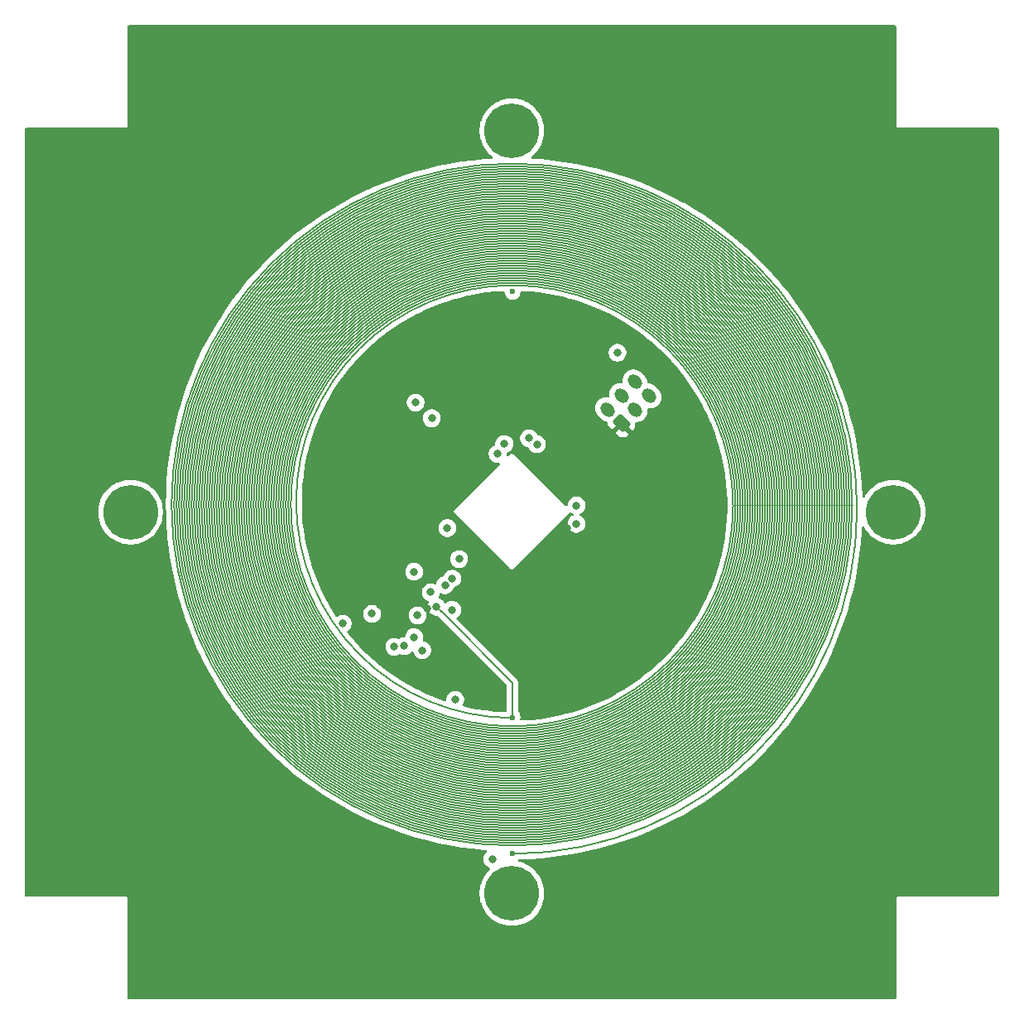
<source format=gbr>
%TF.GenerationSoftware,KiCad,Pcbnew,9.0.0*%
%TF.CreationDate,2025-09-25T18:34:07-07:00*%
%TF.ProjectId,Z_Face_V3,5a5f4661-6365-45f5-9633-2e6b69636164,3.1*%
%TF.SameCoordinates,Original*%
%TF.FileFunction,Copper,L2,Inr*%
%TF.FilePolarity,Positive*%
%FSLAX46Y46*%
G04 Gerber Fmt 4.6, Leading zero omitted, Abs format (unit mm)*
G04 Created by KiCad (PCBNEW 9.0.0) date 2025-09-25 18:34:07*
%MOMM*%
%LPD*%
G01*
G04 APERTURE LIST*
G04 Aperture macros list*
%AMRoundRect*
0 Rectangle with rounded corners*
0 $1 Rounding radius*
0 $2 $3 $4 $5 $6 $7 $8 $9 X,Y pos of 4 corners*
0 Add a 4 corners polygon primitive as box body*
4,1,4,$2,$3,$4,$5,$6,$7,$8,$9,$2,$3,0*
0 Add four circle primitives for the rounded corners*
1,1,$1+$1,$2,$3*
1,1,$1+$1,$4,$5*
1,1,$1+$1,$6,$7*
1,1,$1+$1,$8,$9*
0 Add four rect primitives between the rounded corners*
20,1,$1+$1,$2,$3,$4,$5,0*
20,1,$1+$1,$4,$5,$6,$7,0*
20,1,$1+$1,$6,$7,$8,$9,0*
20,1,$1+$1,$8,$9,$2,$3,0*%
%AMHorizOval*
0 Thick line with rounded ends*
0 $1 width*
0 $2 $3 position (X,Y) of the first rounded end (center of the circle)*
0 $4 $5 position (X,Y) of the second rounded end (center of the circle)*
0 Add line between two ends*
20,1,$1,$2,$3,$4,$5,0*
0 Add two circle primitives to create the rounded ends*
1,1,$1,$2,$3*
1,1,$1,$4,$5*%
G04 Aperture macros list end*
%TA.AperFunction,EtchedComponent*%
%ADD10C,0.127000*%
%TD*%
%TA.AperFunction,ComponentPad*%
%ADD11C,0.600000*%
%TD*%
%TA.AperFunction,ComponentPad*%
%ADD12RoundRect,0.250000X0.159099X-0.654074X0.654074X-0.159099X-0.159099X0.654074X-0.654074X0.159099X0*%
%TD*%
%TA.AperFunction,ComponentPad*%
%ADD13HorizOval,1.200000X-0.159099X0.159099X0.159099X-0.159099X0*%
%TD*%
%TA.AperFunction,ComponentPad*%
%ADD14C,5.600000*%
%TD*%
%TA.AperFunction,ViaPad*%
%ADD15C,0.800000*%
%TD*%
%TA.AperFunction,Conductor*%
%ADD16C,0.127000*%
%TD*%
G04 APERTURE END LIST*
D10*
%TO.C,REF\u002A\u002A*%
X149564000Y-49352780D02*
G75*
G02*
X149564000Y-119952780I-62781J-35300000D01*
G01*
X149564000Y-49606780D02*
G75*
G02*
X149564000Y-119098780I0J-34746000D01*
G01*
X149564000Y-49860780D02*
G75*
G02*
X149564000Y-118844780I0J-34492000D01*
G01*
X149564000Y-50114780D02*
G75*
G02*
X149564000Y-118590780I0J-34238000D01*
G01*
X149564000Y-50368780D02*
G75*
G02*
X149564000Y-118336780I0J-33984000D01*
G01*
X149564000Y-50622780D02*
G75*
G02*
X149564000Y-118082780I0J-33730000D01*
G01*
X149564000Y-50876780D02*
G75*
G02*
X149564000Y-117828780I0J-33476000D01*
G01*
X149564000Y-51130780D02*
G75*
G02*
X149564000Y-117574780I0J-33222000D01*
G01*
X149564000Y-51384780D02*
G75*
G02*
X149564000Y-117320780I0J-32968000D01*
G01*
X149564000Y-51638780D02*
G75*
G02*
X149564000Y-117066780I0J-32714000D01*
G01*
X149564000Y-51892780D02*
G75*
G02*
X149564000Y-116812780I0J-32460000D01*
G01*
X149564000Y-52146780D02*
G75*
G02*
X149564000Y-116558780I0J-32206000D01*
G01*
X149564000Y-52400780D02*
G75*
G02*
X149564000Y-116304780I0J-31952000D01*
G01*
X149564000Y-52654780D02*
G75*
G02*
X149564000Y-116050780I0J-31698000D01*
G01*
X149564000Y-52908780D02*
G75*
G02*
X149564000Y-115796780I0J-31444000D01*
G01*
X149564000Y-53162780D02*
G75*
G02*
X149564000Y-115542780I0J-31190000D01*
G01*
X149564000Y-53416780D02*
G75*
G02*
X149564000Y-115288780I0J-30936000D01*
G01*
X149564000Y-53670780D02*
G75*
G02*
X149564000Y-115034780I0J-30682000D01*
G01*
X149564000Y-53924780D02*
G75*
G02*
X149564000Y-114780780I0J-30428000D01*
G01*
X149564000Y-54178780D02*
G75*
G02*
X149564000Y-114526780I0J-30174000D01*
G01*
X149564000Y-54432780D02*
G75*
G02*
X149564000Y-114272780I0J-29920000D01*
G01*
X149564000Y-54686780D02*
G75*
G02*
X149564000Y-114018780I0J-29666000D01*
G01*
X149564000Y-54940780D02*
G75*
G02*
X149564000Y-113764780I0J-29412000D01*
G01*
X149564000Y-55194780D02*
G75*
G02*
X149564000Y-113510780I0J-29158000D01*
G01*
X149564000Y-55448780D02*
G75*
G02*
X149564000Y-113256780I0J-28904000D01*
G01*
X149564000Y-55702780D02*
G75*
G02*
X149564000Y-113002780I0J-28650000D01*
G01*
X149564000Y-55956780D02*
G75*
G02*
X149564000Y-112748780I0J-28396000D01*
G01*
X149564000Y-56210780D02*
G75*
G02*
X149564000Y-112494780I0J-28142000D01*
G01*
X149564000Y-56464780D02*
G75*
G02*
X149564000Y-112240780I0J-27888000D01*
G01*
X149564000Y-56718780D02*
G75*
G02*
X149564000Y-111986780I0J-27634000D01*
G01*
X149564000Y-56972780D02*
G75*
G02*
X149564000Y-111732780I0J-27380000D01*
G01*
X149564000Y-57226780D02*
G75*
G02*
X149564000Y-111478780I0J-27126000D01*
G01*
X149564000Y-57480780D02*
G75*
G02*
X149564000Y-111224780I0J-26872000D01*
G01*
X149564000Y-57734780D02*
G75*
G02*
X149564000Y-110970780I0J-26618000D01*
G01*
X149564000Y-57988780D02*
G75*
G02*
X149564000Y-110716780I0J-26364000D01*
G01*
X149564000Y-58242780D02*
G75*
G02*
X149564000Y-110462780I0J-26110000D01*
G01*
X149564000Y-58496780D02*
G75*
G02*
X149564000Y-110208780I0J-25856000D01*
G01*
X149564000Y-58750780D02*
G75*
G02*
X149564000Y-109954780I0J-25602000D01*
G01*
X149564000Y-59004780D02*
G75*
G02*
X149564000Y-109700780I0J-25348000D01*
G01*
X149564000Y-59258780D02*
G75*
G02*
X149564000Y-109446780I0J-25094000D01*
G01*
X149564000Y-59512780D02*
G75*
G02*
X149564000Y-109192780I0J-24840000D01*
G01*
X149564000Y-59766780D02*
G75*
G02*
X149564000Y-108938780I0J-24586000D01*
G01*
X149564000Y-60020780D02*
G75*
G02*
X149564000Y-108684780I0J-24332000D01*
G01*
X149564000Y-60274780D02*
G75*
G02*
X149564000Y-108430780I0J-24078000D01*
G01*
X149564000Y-60528780D02*
G75*
G02*
X149564000Y-108176780I0J-23824000D01*
G01*
X149564000Y-60782780D02*
G75*
G02*
X149564000Y-107922780I0J-23570000D01*
G01*
X149564000Y-61036780D02*
G75*
G02*
X149564000Y-107668780I0J-23316000D01*
G01*
X149564000Y-61290780D02*
G75*
G02*
X149564000Y-107414780I0J-23062000D01*
G01*
X149564000Y-61544780D02*
G75*
G02*
X149564000Y-107160780I0J-22808000D01*
G01*
X149564000Y-61798780D02*
G75*
G02*
X149564000Y-106906780I1430J-22554000D01*
G01*
X149564000Y-106052780D02*
G75*
G02*
X149564000Y-61798780I-2034J22127000D01*
G01*
X149564000Y-106906780D02*
G75*
G02*
X149564000Y-61544780I0J22681000D01*
G01*
X149564000Y-107160780D02*
G75*
G02*
X149564000Y-61290780I0J22935000D01*
G01*
X149564000Y-107414780D02*
G75*
G02*
X149564000Y-61036780I0J23189000D01*
G01*
X149564000Y-107668780D02*
G75*
G02*
X149564000Y-60782780I0J23443000D01*
G01*
X149564000Y-107922780D02*
G75*
G02*
X149564000Y-60528780I0J23697000D01*
G01*
X149564000Y-108176780D02*
G75*
G02*
X149564000Y-60274780I0J23951000D01*
G01*
X149564000Y-108430780D02*
G75*
G02*
X149564000Y-60020780I0J24205000D01*
G01*
X149564000Y-108684780D02*
G75*
G02*
X149564000Y-59766780I0J24459000D01*
G01*
X149564000Y-108938780D02*
G75*
G02*
X149564000Y-59512780I0J24713000D01*
G01*
X149564000Y-109192780D02*
G75*
G02*
X149564000Y-59258780I0J24967000D01*
G01*
X149564000Y-109446780D02*
G75*
G02*
X149564000Y-59004780I0J25221000D01*
G01*
X149564000Y-109700780D02*
G75*
G02*
X149564000Y-58750780I0J25475000D01*
G01*
X149564000Y-109954780D02*
G75*
G02*
X149564000Y-58496780I0J25729000D01*
G01*
X149564000Y-110208780D02*
G75*
G02*
X149564000Y-58242780I0J25983000D01*
G01*
X149564000Y-110462780D02*
G75*
G02*
X149564000Y-57988780I0J26237000D01*
G01*
X149564000Y-110716780D02*
G75*
G02*
X149564000Y-57734780I0J26491000D01*
G01*
X149564000Y-110970780D02*
G75*
G02*
X149564000Y-57480780I0J26745000D01*
G01*
X149564000Y-111224780D02*
G75*
G02*
X149564000Y-57226780I0J26999000D01*
G01*
X149564000Y-111478780D02*
G75*
G02*
X149564000Y-56972780I0J27253000D01*
G01*
X149564000Y-111732780D02*
G75*
G02*
X149564000Y-56718780I0J27507000D01*
G01*
X149564000Y-111986780D02*
G75*
G02*
X149564000Y-56464780I0J27761000D01*
G01*
X149564000Y-112240780D02*
G75*
G02*
X149564000Y-56210780I0J28015000D01*
G01*
X149564000Y-112494780D02*
G75*
G02*
X149564000Y-55956780I0J28269000D01*
G01*
X149564000Y-112748780D02*
G75*
G02*
X149564000Y-55702780I0J28523000D01*
G01*
X149564000Y-113002780D02*
G75*
G02*
X149564000Y-55448780I0J28777000D01*
G01*
X149564000Y-113256780D02*
G75*
G02*
X149564000Y-55194780I0J29031000D01*
G01*
X149564000Y-113510780D02*
G75*
G02*
X149564000Y-54940780I0J29285000D01*
G01*
X149564000Y-113764780D02*
G75*
G02*
X149564000Y-54686780I0J29539000D01*
G01*
X149564000Y-114018780D02*
G75*
G02*
X149564000Y-54432780I0J29793000D01*
G01*
X149564000Y-114272780D02*
G75*
G02*
X149564000Y-54178780I0J30047000D01*
G01*
X149564000Y-114526780D02*
G75*
G02*
X149564000Y-53924780I0J30301000D01*
G01*
X149564000Y-114780780D02*
G75*
G02*
X149564000Y-53670780I0J30555000D01*
G01*
X149564000Y-115034780D02*
G75*
G02*
X149564000Y-53416780I0J30809000D01*
G01*
X149564000Y-115288780D02*
G75*
G02*
X149564000Y-53162780I0J31063000D01*
G01*
X149564000Y-115542780D02*
G75*
G02*
X149564000Y-52908780I0J31317000D01*
G01*
X149564000Y-115796780D02*
G75*
G02*
X149564000Y-52654780I0J31571000D01*
G01*
X149564000Y-116050780D02*
G75*
G02*
X149564000Y-52400780I0J31825000D01*
G01*
X149564000Y-116304780D02*
G75*
G02*
X149564000Y-52146780I0J32079000D01*
G01*
X149564000Y-116558780D02*
G75*
G02*
X149564000Y-51892780I0J32333000D01*
G01*
X149564000Y-116812780D02*
G75*
G02*
X149564000Y-51638780I0J32587000D01*
G01*
X149564000Y-117066780D02*
G75*
G02*
X149564000Y-51384780I0J32841000D01*
G01*
X149564000Y-117320780D02*
G75*
G02*
X149564000Y-51130780I0J33095000D01*
G01*
X149564000Y-117574780D02*
G75*
G02*
X149564000Y-50876780I0J33349000D01*
G01*
X149564000Y-117828780D02*
G75*
G02*
X149564000Y-50622780I0J33603000D01*
G01*
X149564000Y-118082780D02*
G75*
G02*
X149564000Y-50368780I0J33857000D01*
G01*
X149564000Y-118336780D02*
G75*
G02*
X149564000Y-50114780I0J34111000D01*
G01*
X149564000Y-118590780D02*
G75*
G02*
X149564000Y-49860780I0J34365000D01*
G01*
X149564000Y-118844780D02*
G75*
G02*
X149564000Y-49606780I0J34619000D01*
G01*
X149564000Y-119098780D02*
G75*
G02*
X149564000Y-49352780I-7578J34873000D01*
G01*
%TD*%
D11*
%TO.N,*%
%TO.C,REF\u002A\u002A*%
X149564000Y-62462780D03*
X149564000Y-105988780D03*
X149564000Y-119952780D03*
%TD*%
D12*
%TO.N,GND*%
%TO.C,J2*%
X160692893Y-75921320D03*
D13*
%TO.N,/SDAIN*%
X159278679Y-74507106D03*
%TO.N,VSOLAR*%
X162107107Y-74507106D03*
%TO.N,+3V3*%
X160692893Y-73092893D03*
%TO.N,VSOLAR*%
X163521320Y-73092893D03*
%TO.N,/SCLIN*%
X162107107Y-71678679D03*
%TD*%
D14*
%TO.N,unconnected-(J7-Pin_1-Pad1)*%
%TO.C,J7*%
X188500000Y-85000000D03*
%TD*%
%TO.N,unconnected-(J6-Pin_1-Pad1)*%
%TO.C,J6*%
X149500000Y-46000000D03*
%TD*%
%TO.N,unconnected-(J5-Pin_1-Pad1)*%
%TO.C,J5*%
X149500000Y-124000000D03*
%TD*%
%TO.N,unconnected-(J4-Pin_1-Pad1)*%
%TO.C,J4*%
X110500000Y-85000000D03*
%TD*%
D15*
%TO.N,GND*%
X138100000Y-78600000D03*
X136400000Y-76900000D03*
X135300000Y-98400000D03*
%TO.N,+3V3*%
X137466733Y-98771051D03*
%TO.N,GND*%
X171630000Y-123540000D03*
X156400000Y-87900000D03*
X188500000Y-107500000D03*
X108700000Y-77900000D03*
X191700000Y-114800000D03*
X146300313Y-80450313D03*
X164540000Y-46420000D03*
X139200000Y-66200000D03*
X111400000Y-75200000D03*
X160900000Y-101600000D03*
X194000000Y-72600000D03*
X135200000Y-122700000D03*
X142000000Y-81700000D03*
X184500000Y-73700000D03*
X189800000Y-68600000D03*
X168900000Y-76500000D03*
X136450000Y-96750000D03*
X126600000Y-112600000D03*
X136704592Y-91823800D03*
X138208651Y-94845115D03*
X114700000Y-120600000D03*
X135976200Y-94528146D03*
X165550000Y-72650000D03*
X151750000Y-92950000D03*
X145700000Y-91550000D03*
X111040000Y-62950000D03*
X144850000Y-79200000D03*
X163750000Y-76250000D03*
X175000000Y-111000000D03*
X138750000Y-102000000D03*
X189000000Y-114900000D03*
X116700000Y-122800000D03*
X140802156Y-94889337D03*
X143674813Y-83075813D03*
X126300000Y-46300000D03*
X146900000Y-92400000D03*
X137700000Y-121700000D03*
X119890000Y-126760000D03*
X166300000Y-52200000D03*
X184500000Y-70900000D03*
X124600000Y-110800000D03*
X160100000Y-67050000D03*
X155135531Y-86635531D03*
X163200000Y-99500000D03*
X131400000Y-53100000D03*
X151135531Y-90600000D03*
X172300000Y-113300000D03*
%TO.N,+3V3*%
X139500000Y-91100000D03*
X160300000Y-68700000D03*
X144100000Y-89800000D03*
X140330122Y-99130122D03*
X139650000Y-73800000D03*
X139854705Y-95552837D03*
X132200000Y-96400000D03*
X143400000Y-95000000D03*
X135200000Y-95400000D03*
X141300000Y-75400000D03*
%TO.N,VSOLAR*%
X156100000Y-86200000D03*
X156107797Y-84313922D03*
%TO.N,Net-(U2-OUT+)*%
X141780000Y-94680000D03*
X147500000Y-120500000D03*
X143700000Y-104200000D03*
X139500000Y-97800000D03*
%TO.N,/SDAIN*%
X148022739Y-79043745D03*
X152050002Y-78050002D03*
X142900000Y-86630426D03*
%TO.N,/SCLIN*%
X151250000Y-77450000D03*
X143400000Y-91800000D03*
X148724272Y-78026354D03*
%TO.N,/SCL*%
X138500000Y-98700000D03*
X141200000Y-93200000D03*
X142658472Y-92470925D03*
%TD*%
D16*
%TO.N,Net-(U2-OUT+)*%
X149564000Y-102464000D02*
X142249872Y-95149872D01*
X149564000Y-105988780D02*
X149564000Y-102464000D01*
X142300000Y-95200000D02*
X141900000Y-94800000D01*
%TD*%
%TA.AperFunction,Conductor*%
%TO.N,GND*%
G36*
X151400924Y-62447600D02*
G01*
X151406096Y-62448034D01*
X152316644Y-62543682D01*
X152321847Y-62544339D01*
X153227504Y-62678022D01*
X153232662Y-62678894D01*
X154131995Y-62850398D01*
X154137147Y-62851494D01*
X155028443Y-63060495D01*
X155033523Y-63061799D01*
X155915299Y-63307945D01*
X155920339Y-63309466D01*
X156157102Y-63386382D01*
X156791023Y-63592320D01*
X156796007Y-63594055D01*
X157654085Y-63913123D01*
X157658992Y-63915066D01*
X158143117Y-64118546D01*
X158502954Y-64269788D01*
X158507737Y-64271916D01*
X159111632Y-64556054D01*
X159336144Y-64661689D01*
X159340871Y-64664036D01*
X160152188Y-65088136D01*
X160156764Y-65090652D01*
X160949652Y-65548381D01*
X160954128Y-65551091D01*
X161727120Y-66041603D01*
X161731512Y-66044520D01*
X162483299Y-66566983D01*
X162487530Y-66570057D01*
X163216773Y-67123539D01*
X163220909Y-67126818D01*
X163926322Y-67710345D01*
X163930317Y-67713793D01*
X164610650Y-68326326D01*
X164614498Y-68329939D01*
X164677402Y-68391535D01*
X165083797Y-68789481D01*
X165268602Y-68970443D01*
X165272290Y-68974209D01*
X165835177Y-69573587D01*
X165898992Y-69641538D01*
X165902513Y-69645447D01*
X166452539Y-70282621D01*
X166500744Y-70338464D01*
X166504108Y-70342531D01*
X167072764Y-71059957D01*
X167075955Y-71064161D01*
X167614068Y-71804771D01*
X167617080Y-71809104D01*
X168123717Y-72571613D01*
X168126523Y-72576033D01*
X168600818Y-73359149D01*
X168603441Y-73363694D01*
X168684740Y-73511569D01*
X169032119Y-74143419D01*
X169044479Y-74165899D01*
X169046917Y-74170561D01*
X169127653Y-74333195D01*
X169453998Y-74990583D01*
X169456245Y-74995358D01*
X169828616Y-75831679D01*
X169830661Y-75836544D01*
X170017531Y-76308500D01*
X170109786Y-76541500D01*
X170167680Y-76687715D01*
X170169516Y-76692653D01*
X170388227Y-77320676D01*
X170470601Y-77557213D01*
X170472230Y-77562228D01*
X170487749Y-77613627D01*
X170736843Y-78438631D01*
X170738262Y-78443714D01*
X170965939Y-79330419D01*
X170967144Y-79335557D01*
X171157487Y-80231016D01*
X171158476Y-80236200D01*
X171311154Y-81138851D01*
X171311925Y-81144072D01*
X171426669Y-82052317D01*
X171427221Y-82057566D01*
X171503829Y-82969842D01*
X171504160Y-82975109D01*
X171542498Y-83889756D01*
X171542609Y-83895033D01*
X171542609Y-84810526D01*
X171542498Y-84815803D01*
X171504160Y-85730450D01*
X171503829Y-85735717D01*
X171427221Y-86647993D01*
X171426669Y-86653242D01*
X171311925Y-87561487D01*
X171311154Y-87566708D01*
X171158476Y-88469359D01*
X171157487Y-88474543D01*
X170967144Y-89370002D01*
X170965939Y-89375140D01*
X170738262Y-90261845D01*
X170736843Y-90266928D01*
X170472232Y-91143326D01*
X170470601Y-91148346D01*
X170169520Y-92012897D01*
X170167680Y-92017844D01*
X169830661Y-92869015D01*
X169828616Y-92873880D01*
X169456245Y-93710201D01*
X169453998Y-93714976D01*
X169046925Y-94534983D01*
X169044479Y-94539660D01*
X168603441Y-95341865D01*
X168600805Y-95346431D01*
X168140967Y-96105680D01*
X168126546Y-96129490D01*
X168123717Y-96133946D01*
X167617080Y-96896455D01*
X167614068Y-96900788D01*
X167075955Y-97641398D01*
X167072764Y-97645602D01*
X166504108Y-98363028D01*
X166500744Y-98367095D01*
X165902524Y-99060099D01*
X165898992Y-99064021D01*
X165272294Y-99731346D01*
X165268602Y-99735116D01*
X164614498Y-100375620D01*
X164610650Y-100379233D01*
X163930317Y-100991766D01*
X163926322Y-100995214D01*
X163220909Y-101578741D01*
X163216773Y-101582020D01*
X162487550Y-102135488D01*
X162483280Y-102138590D01*
X161731516Y-102661036D01*
X161727120Y-102663956D01*
X160954147Y-103154456D01*
X160949632Y-103157190D01*
X160156788Y-103614894D01*
X160152163Y-103617436D01*
X159340871Y-104041523D01*
X159336144Y-104043870D01*
X158507765Y-104433630D01*
X158502943Y-104435776D01*
X157658992Y-104790493D01*
X157654085Y-104792436D01*
X156796007Y-105111504D01*
X156791023Y-105113239D01*
X155920345Y-105396091D01*
X155915292Y-105397616D01*
X155033538Y-105643756D01*
X155028427Y-105645068D01*
X154137152Y-105854064D01*
X154131989Y-105855162D01*
X153232685Y-106026661D01*
X153227481Y-106027540D01*
X152321864Y-106161217D01*
X152316628Y-106161879D01*
X151406139Y-106257521D01*
X151400880Y-106257962D01*
X150487226Y-106315388D01*
X150481965Y-106315608D01*
X150479487Y-106315660D01*
X150410962Y-106297092D01*
X150363354Y-106244423D01*
X150351778Y-106174377D01*
X150353259Y-106165140D01*
X150372500Y-106068410D01*
X150372500Y-105909150D01*
X150341430Y-105752949D01*
X150280483Y-105605812D01*
X150192003Y-105473391D01*
X150192001Y-105473389D01*
X150191996Y-105473383D01*
X150172905Y-105454292D01*
X150138879Y-105391980D01*
X150136000Y-105365197D01*
X150136000Y-102388696D01*
X150136000Y-102388695D01*
X150097019Y-102243216D01*
X150034822Y-102135488D01*
X150021716Y-102112787D01*
X150021712Y-102112782D01*
X149915216Y-102006286D01*
X143869179Y-95960249D01*
X143835153Y-95897937D01*
X143840218Y-95827122D01*
X143882765Y-95770286D01*
X143888243Y-95766409D01*
X143979135Y-95705678D01*
X144105678Y-95579135D01*
X144205102Y-95430336D01*
X144273587Y-95265000D01*
X144308500Y-95089479D01*
X144308500Y-94910521D01*
X144273587Y-94735000D01*
X144205102Y-94569664D01*
X144105678Y-94420865D01*
X143979135Y-94294322D01*
X143830336Y-94194898D01*
X143713429Y-94146473D01*
X143665003Y-94126414D01*
X143665001Y-94126413D01*
X143665000Y-94126413D01*
X143576645Y-94108838D01*
X143489481Y-94091500D01*
X143489479Y-94091500D01*
X143310521Y-94091500D01*
X143310518Y-94091500D01*
X143179771Y-94117507D01*
X143135000Y-94126413D01*
X143134999Y-94126413D01*
X143134996Y-94126414D01*
X142969662Y-94194899D01*
X142820869Y-94294319D01*
X142820866Y-94294321D01*
X142800575Y-94314612D01*
X142738262Y-94348636D01*
X142667446Y-94343570D01*
X142610611Y-94301022D01*
X142595073Y-94273734D01*
X142585104Y-94249669D01*
X142585102Y-94249664D01*
X142548509Y-94194899D01*
X142485678Y-94100865D01*
X142359135Y-93974322D01*
X142210336Y-93874898D01*
X142063447Y-93814054D01*
X142008167Y-93769505D01*
X141985746Y-93702141D01*
X142002621Y-93636026D01*
X142002185Y-93635793D01*
X142003135Y-93634015D01*
X142003305Y-93633350D01*
X142004528Y-93631408D01*
X142005100Y-93630339D01*
X142005101Y-93630337D01*
X142005102Y-93630336D01*
X142073587Y-93465000D01*
X142090126Y-93381848D01*
X142123033Y-93318940D01*
X142184728Y-93283808D01*
X142255623Y-93287608D01*
X142261924Y-93290023D01*
X142393464Y-93344509D01*
X142393465Y-93344509D01*
X142393472Y-93344512D01*
X142568993Y-93379425D01*
X142568994Y-93379425D01*
X142747950Y-93379425D01*
X142747951Y-93379425D01*
X142923472Y-93344512D01*
X143088808Y-93276027D01*
X143237607Y-93176603D01*
X143364150Y-93050060D01*
X143463574Y-92901261D01*
X143522489Y-92759026D01*
X143567036Y-92703748D01*
X143614318Y-92683668D01*
X143664994Y-92673589D01*
X143664994Y-92673588D01*
X143665000Y-92673587D01*
X143830336Y-92605102D01*
X143979135Y-92505678D01*
X144105678Y-92379135D01*
X144205102Y-92230336D01*
X144273587Y-92065000D01*
X144308500Y-91889479D01*
X144308500Y-91710521D01*
X144273587Y-91535000D01*
X144205102Y-91369664D01*
X144105678Y-91220865D01*
X143979135Y-91094322D01*
X143830336Y-90994898D01*
X143713429Y-90946473D01*
X143665003Y-90926414D01*
X143665001Y-90926413D01*
X143665000Y-90926413D01*
X143576645Y-90908838D01*
X143489481Y-90891500D01*
X143489479Y-90891500D01*
X143310521Y-90891500D01*
X143310518Y-90891500D01*
X143179771Y-90917507D01*
X143135000Y-90926413D01*
X143134999Y-90926413D01*
X143134996Y-90926414D01*
X142969662Y-90994899D01*
X142820869Y-91094319D01*
X142820862Y-91094324D01*
X142694324Y-91220862D01*
X142694319Y-91220869D01*
X142594897Y-91369664D01*
X142594897Y-91369665D01*
X142535981Y-91511897D01*
X142491432Y-91567177D01*
X142444156Y-91587256D01*
X142423255Y-91591413D01*
X142393472Y-91597338D01*
X142393470Y-91597338D01*
X142393469Y-91597339D01*
X142228134Y-91665824D01*
X142079341Y-91765244D01*
X142079334Y-91765249D01*
X141952796Y-91891787D01*
X141952791Y-91891794D01*
X141853371Y-92040587D01*
X141784886Y-92205921D01*
X141768345Y-92289076D01*
X141735437Y-92351985D01*
X141673741Y-92387116D01*
X141602846Y-92383315D01*
X141596547Y-92380902D01*
X141465003Y-92326414D01*
X141465001Y-92326413D01*
X141465000Y-92326413D01*
X141376645Y-92308838D01*
X141289481Y-92291500D01*
X141289479Y-92291500D01*
X141110521Y-92291500D01*
X141110518Y-92291500D01*
X140979771Y-92317507D01*
X140935000Y-92326413D01*
X140934999Y-92326413D01*
X140934996Y-92326414D01*
X140769662Y-92394899D01*
X140620869Y-92494319D01*
X140620862Y-92494324D01*
X140494324Y-92620862D01*
X140494319Y-92620869D01*
X140394899Y-92769662D01*
X140326414Y-92934996D01*
X140291500Y-93110518D01*
X140291500Y-93110521D01*
X140291500Y-93289479D01*
X140326413Y-93465000D01*
X140394898Y-93630336D01*
X140494322Y-93779135D01*
X140620865Y-93905678D01*
X140769664Y-94005102D01*
X140916551Y-94065945D01*
X140971832Y-94110494D01*
X140994253Y-94177857D01*
X140977377Y-94243973D01*
X140977815Y-94244207D01*
X140976863Y-94245986D01*
X140976695Y-94246648D01*
X140975475Y-94248584D01*
X140974899Y-94249660D01*
X140906414Y-94414996D01*
X140906413Y-94414999D01*
X140906413Y-94415000D01*
X140905246Y-94420869D01*
X140871500Y-94590518D01*
X140871500Y-94769481D01*
X140906414Y-94945003D01*
X140926473Y-94993429D01*
X140974898Y-95110336D01*
X141074322Y-95259135D01*
X141200865Y-95385678D01*
X141349664Y-95485102D01*
X141515000Y-95553587D01*
X141690521Y-95588500D01*
X141690522Y-95588500D01*
X141827380Y-95588500D01*
X141895501Y-95608502D01*
X141916475Y-95625405D01*
X148955095Y-102664025D01*
X148989121Y-102726337D01*
X148992000Y-102753120D01*
X148992000Y-105339997D01*
X148989032Y-105350103D01*
X148990311Y-105360560D01*
X148979201Y-105383585D01*
X148971998Y-105408118D01*
X148964035Y-105415017D01*
X148959459Y-105424503D01*
X148937667Y-105437865D01*
X148918342Y-105454611D01*
X148906305Y-105457096D01*
X148898935Y-105461616D01*
X148863337Y-105465969D01*
X148651735Y-105461496D01*
X148646391Y-105461269D01*
X147738516Y-105403456D01*
X147733186Y-105403003D01*
X146828563Y-105306708D01*
X146823257Y-105306029D01*
X145923553Y-105171426D01*
X145918281Y-105170523D01*
X145025070Y-104997849D01*
X145019841Y-104996722D01*
X144540708Y-104882807D01*
X144479061Y-104847591D01*
X144446240Y-104784636D01*
X144452664Y-104713931D01*
X144465084Y-104690226D01*
X144505102Y-104630336D01*
X144573587Y-104465000D01*
X144608500Y-104289479D01*
X144608500Y-104110521D01*
X144573587Y-103935000D01*
X144505102Y-103769664D01*
X144405678Y-103620865D01*
X144279135Y-103494322D01*
X144130336Y-103394898D01*
X144013429Y-103346473D01*
X143965003Y-103326414D01*
X143965001Y-103326413D01*
X143965000Y-103326413D01*
X143876645Y-103308838D01*
X143789481Y-103291500D01*
X143789479Y-103291500D01*
X143610521Y-103291500D01*
X143610518Y-103291500D01*
X143479771Y-103317507D01*
X143435000Y-103326413D01*
X143434999Y-103326413D01*
X143434996Y-103326414D01*
X143269662Y-103394899D01*
X143120869Y-103494319D01*
X143120862Y-103494324D01*
X142994324Y-103620862D01*
X142994319Y-103620869D01*
X142894899Y-103769662D01*
X142826414Y-103934996D01*
X142791500Y-104110518D01*
X142791500Y-104210579D01*
X142783375Y-104238249D01*
X142778339Y-104266644D01*
X142773504Y-104271868D01*
X142771498Y-104278700D01*
X142749699Y-104297588D01*
X142730115Y-104318749D01*
X142723223Y-104320529D01*
X142717842Y-104325193D01*
X142689295Y-104329297D01*
X142661377Y-104336512D01*
X142651410Y-104334744D01*
X142647568Y-104335297D01*
X142626064Y-104330249D01*
X142385130Y-104250852D01*
X142380087Y-104249070D01*
X141528946Y-103927932D01*
X141523982Y-103925938D01*
X140687210Y-103568951D01*
X140682336Y-103566748D01*
X139861485Y-103174576D01*
X139856708Y-103172168D01*
X139053242Y-102745509D01*
X139048572Y-102742901D01*
X138263913Y-102282509D01*
X138259358Y-102279704D01*
X137494982Y-101786445D01*
X137490550Y-101783450D01*
X136747790Y-101258188D01*
X136743489Y-101255008D01*
X136407350Y-100995214D01*
X136023663Y-100698670D01*
X136019504Y-100695312D01*
X135976320Y-100658906D01*
X135323964Y-100108944D01*
X135319975Y-100105433D01*
X134675929Y-99513932D01*
X134649932Y-99490056D01*
X134646070Y-99486355D01*
X134002766Y-98843111D01*
X133999064Y-98839249D01*
X133926837Y-98760620D01*
X133854222Y-98681569D01*
X136558233Y-98681569D01*
X136558233Y-98860532D01*
X136559146Y-98865122D01*
X136593146Y-99036051D01*
X136661631Y-99201387D01*
X136761055Y-99350186D01*
X136887598Y-99476729D01*
X137036397Y-99576153D01*
X137201733Y-99644638D01*
X137377254Y-99679551D01*
X137377255Y-99679551D01*
X137556211Y-99679551D01*
X137556212Y-99679551D01*
X137731733Y-99644638D01*
X137897069Y-99576153D01*
X137972764Y-99525574D01*
X138040513Y-99504361D01*
X138090980Y-99513931D01*
X138235000Y-99573587D01*
X138410521Y-99608500D01*
X138410522Y-99608500D01*
X138589478Y-99608500D01*
X138589479Y-99608500D01*
X138765000Y-99573587D01*
X138930336Y-99505102D01*
X139079135Y-99405678D01*
X139205678Y-99279135D01*
X139212209Y-99269359D01*
X139266686Y-99223832D01*
X139337129Y-99214983D01*
X139401173Y-99245624D01*
X139438485Y-99306025D01*
X139440553Y-99314776D01*
X139456535Y-99395122D01*
X139525020Y-99560458D01*
X139624444Y-99709257D01*
X139750987Y-99835800D01*
X139899786Y-99935224D01*
X140065122Y-100003709D01*
X140240643Y-100038622D01*
X140240644Y-100038622D01*
X140419600Y-100038622D01*
X140419601Y-100038622D01*
X140595122Y-100003709D01*
X140760458Y-99935224D01*
X140909257Y-99835800D01*
X141035800Y-99709257D01*
X141135224Y-99560458D01*
X141203709Y-99395122D01*
X141238622Y-99219601D01*
X141238622Y-99040643D01*
X141203709Y-98865122D01*
X141135224Y-98699786D01*
X141035800Y-98550987D01*
X140909257Y-98424444D01*
X140760458Y-98325020D01*
X140643551Y-98276595D01*
X140595125Y-98256536D01*
X140595123Y-98256535D01*
X140595122Y-98256535D01*
X140467732Y-98231195D01*
X140404824Y-98198288D01*
X140369692Y-98136593D01*
X140373189Y-98071349D01*
X140371789Y-98070925D01*
X140373581Y-98065014D01*
X140373587Y-98065000D01*
X140408500Y-97889479D01*
X140408500Y-97710521D01*
X140373587Y-97535000D01*
X140305102Y-97369664D01*
X140205678Y-97220865D01*
X140079135Y-97094322D01*
X139930336Y-96994898D01*
X139813429Y-96946473D01*
X139765003Y-96926414D01*
X139765001Y-96926413D01*
X139765000Y-96926413D01*
X139676645Y-96908838D01*
X139589481Y-96891500D01*
X139589479Y-96891500D01*
X139410521Y-96891500D01*
X139410518Y-96891500D01*
X139279771Y-96917507D01*
X139235000Y-96926413D01*
X139234999Y-96926413D01*
X139234996Y-96926414D01*
X139069662Y-96994899D01*
X138920869Y-97094319D01*
X138920862Y-97094324D01*
X138794324Y-97220862D01*
X138794319Y-97220869D01*
X138694899Y-97369662D01*
X138626414Y-97534997D01*
X138595565Y-97690082D01*
X138562657Y-97752991D01*
X138500962Y-97788123D01*
X138471986Y-97791500D01*
X138410518Y-97791500D01*
X138279771Y-97817507D01*
X138235000Y-97826413D01*
X138234999Y-97826413D01*
X138234996Y-97826414D01*
X138069663Y-97894898D01*
X137993969Y-97945475D01*
X137926216Y-97966689D01*
X137875749Y-97957118D01*
X137731736Y-97897465D01*
X137731734Y-97897464D01*
X137731733Y-97897464D01*
X137643378Y-97879889D01*
X137556214Y-97862551D01*
X137556212Y-97862551D01*
X137377254Y-97862551D01*
X137377251Y-97862551D01*
X137246504Y-97888558D01*
X137201733Y-97897464D01*
X137201732Y-97897464D01*
X137201729Y-97897465D01*
X137036395Y-97965950D01*
X136887602Y-98065370D01*
X136887595Y-98065375D01*
X136761057Y-98191913D01*
X136761052Y-98191920D01*
X136661632Y-98340713D01*
X136593147Y-98506047D01*
X136558233Y-98681569D01*
X133854222Y-98681569D01*
X133383639Y-98169276D01*
X133380105Y-98165261D01*
X132793673Y-97469774D01*
X132790312Y-97465612D01*
X132685606Y-97330162D01*
X132659769Y-97264034D01*
X132673785Y-97194434D01*
X132715291Y-97148336D01*
X132779135Y-97105678D01*
X132905678Y-96979135D01*
X133005102Y-96830336D01*
X133073587Y-96665000D01*
X133108500Y-96489479D01*
X133108500Y-96310521D01*
X133073587Y-96135000D01*
X133005102Y-95969664D01*
X132905678Y-95820865D01*
X132779135Y-95694322D01*
X132630336Y-95594898D01*
X132513429Y-95546473D01*
X132465003Y-95526414D01*
X132465001Y-95526413D01*
X132465000Y-95526413D01*
X132376645Y-95508838D01*
X132289481Y-95491500D01*
X132289479Y-95491500D01*
X132110521Y-95491500D01*
X132110518Y-95491500D01*
X131979771Y-95517507D01*
X131935000Y-95526413D01*
X131934999Y-95526413D01*
X131934996Y-95526414D01*
X131769663Y-95594898D01*
X131648957Y-95675551D01*
X131581204Y-95696765D01*
X131512737Y-95677981D01*
X131473092Y-95639114D01*
X131444554Y-95594899D01*
X131261004Y-95310518D01*
X134291500Y-95310518D01*
X134291500Y-95489481D01*
X134298847Y-95526414D01*
X134321901Y-95642318D01*
X134326414Y-95665003D01*
X134343264Y-95705682D01*
X134394898Y-95830336D01*
X134494322Y-95979135D01*
X134620865Y-96105678D01*
X134769664Y-96205102D01*
X134935000Y-96273587D01*
X135110521Y-96308500D01*
X135110522Y-96308500D01*
X135289478Y-96308500D01*
X135289479Y-96308500D01*
X135465000Y-96273587D01*
X135630336Y-96205102D01*
X135779135Y-96105678D01*
X135905678Y-95979135D01*
X136005102Y-95830336D01*
X136073587Y-95665000D01*
X136108500Y-95489479D01*
X136108500Y-95463355D01*
X138946205Y-95463355D01*
X138946205Y-95642318D01*
X138956550Y-95694324D01*
X138981118Y-95817837D01*
X139049603Y-95983173D01*
X139149027Y-96131972D01*
X139275570Y-96258515D01*
X139424369Y-96357939D01*
X139589705Y-96426424D01*
X139765226Y-96461337D01*
X139765227Y-96461337D01*
X139944183Y-96461337D01*
X139944184Y-96461337D01*
X140119705Y-96426424D01*
X140285041Y-96357939D01*
X140433840Y-96258515D01*
X140560383Y-96131972D01*
X140659807Y-95983173D01*
X140728292Y-95817837D01*
X140763205Y-95642316D01*
X140763205Y-95463358D01*
X140728292Y-95287837D01*
X140659807Y-95122501D01*
X140560383Y-94973702D01*
X140433840Y-94847159D01*
X140285041Y-94747735D01*
X140156092Y-94694322D01*
X140119708Y-94679251D01*
X140119706Y-94679250D01*
X140119705Y-94679250D01*
X140031350Y-94661675D01*
X139944186Y-94644337D01*
X139944184Y-94644337D01*
X139765226Y-94644337D01*
X139765223Y-94644337D01*
X139634476Y-94670344D01*
X139589705Y-94679250D01*
X139589704Y-94679250D01*
X139589701Y-94679251D01*
X139424367Y-94747736D01*
X139275574Y-94847156D01*
X139275567Y-94847161D01*
X139149029Y-94973699D01*
X139149024Y-94973706D01*
X139049604Y-95122499D01*
X138981119Y-95287833D01*
X138946205Y-95463355D01*
X136108500Y-95463355D01*
X136108500Y-95310521D01*
X136073587Y-95135000D01*
X136005102Y-94969664D01*
X135905678Y-94820865D01*
X135779135Y-94694322D01*
X135630336Y-94594898D01*
X135485690Y-94534983D01*
X135465003Y-94526414D01*
X135465001Y-94526413D01*
X135465000Y-94526413D01*
X135376645Y-94508838D01*
X135289481Y-94491500D01*
X135289479Y-94491500D01*
X135110521Y-94491500D01*
X135110518Y-94491500D01*
X134979771Y-94517507D01*
X134935000Y-94526413D01*
X134934999Y-94526413D01*
X134934996Y-94526414D01*
X134769662Y-94594899D01*
X134620869Y-94694319D01*
X134620862Y-94694324D01*
X134494324Y-94820862D01*
X134494319Y-94820869D01*
X134476752Y-94847161D01*
X134394898Y-94969664D01*
X134393224Y-94973706D01*
X134326414Y-95134996D01*
X134291500Y-95310518D01*
X131261004Y-95310518D01*
X131209071Y-95230056D01*
X131206271Y-95225510D01*
X131169081Y-95162140D01*
X130833617Y-94590518D01*
X130745818Y-94440911D01*
X130743209Y-94436241D01*
X130316471Y-93632806D01*
X130314063Y-93628030D01*
X130178576Y-93344512D01*
X129921805Y-92807195D01*
X129919607Y-92802331D01*
X129901129Y-92759029D01*
X129562544Y-91965593D01*
X129560557Y-91960648D01*
X129534571Y-91891794D01*
X129239333Y-91109513D01*
X129237552Y-91104471D01*
X129217545Y-91043777D01*
X129206581Y-91010518D01*
X138591500Y-91010518D01*
X138591500Y-91189481D01*
X138596477Y-91214502D01*
X138626413Y-91365000D01*
X138694898Y-91530336D01*
X138794322Y-91679135D01*
X138920865Y-91805678D01*
X139069664Y-91905102D01*
X139235000Y-91973587D01*
X139410521Y-92008500D01*
X139410522Y-92008500D01*
X139589478Y-92008500D01*
X139589479Y-92008500D01*
X139765000Y-91973587D01*
X139930336Y-91905102D01*
X140079135Y-91805678D01*
X140205678Y-91679135D01*
X140305102Y-91530336D01*
X140373587Y-91365000D01*
X140408500Y-91189479D01*
X140408500Y-91010521D01*
X140373587Y-90835000D01*
X140305102Y-90669664D01*
X140205678Y-90520865D01*
X140079135Y-90394322D01*
X139930336Y-90294898D01*
X139792812Y-90237933D01*
X139765003Y-90226414D01*
X139765001Y-90226413D01*
X139765000Y-90226413D01*
X139676645Y-90208838D01*
X139589481Y-90191500D01*
X139589479Y-90191500D01*
X139410521Y-90191500D01*
X139410518Y-90191500D01*
X139279771Y-90217507D01*
X139235000Y-90226413D01*
X139234999Y-90226413D01*
X139234996Y-90226414D01*
X139069662Y-90294899D01*
X138920869Y-90394319D01*
X138920862Y-90394324D01*
X138794324Y-90520862D01*
X138794319Y-90520869D01*
X138694899Y-90669662D01*
X138626414Y-90834996D01*
X138591500Y-91010518D01*
X129206581Y-91010518D01*
X129094221Y-90669662D01*
X128952730Y-90240433D01*
X128951181Y-90235375D01*
X128802545Y-89710518D01*
X143191500Y-89710518D01*
X143191500Y-89710521D01*
X143191500Y-89889479D01*
X143226413Y-90065000D01*
X143294898Y-90230336D01*
X143394322Y-90379135D01*
X143520865Y-90505678D01*
X143669664Y-90605102D01*
X143835000Y-90673587D01*
X144010521Y-90708500D01*
X144010522Y-90708500D01*
X144189478Y-90708500D01*
X144189479Y-90708500D01*
X144365000Y-90673587D01*
X144530336Y-90605102D01*
X144679135Y-90505678D01*
X144805678Y-90379135D01*
X144905102Y-90230336D01*
X144973587Y-90065000D01*
X145008500Y-89889479D01*
X145008500Y-89710521D01*
X144973587Y-89535000D01*
X144905102Y-89369664D01*
X144805678Y-89220865D01*
X144679135Y-89094322D01*
X144530336Y-88994898D01*
X144413429Y-88946473D01*
X144365003Y-88926414D01*
X144365001Y-88926413D01*
X144365000Y-88926413D01*
X144276645Y-88908838D01*
X144189481Y-88891500D01*
X144189479Y-88891500D01*
X144010521Y-88891500D01*
X144010518Y-88891500D01*
X143879771Y-88917507D01*
X143835000Y-88926413D01*
X143834999Y-88926413D01*
X143834996Y-88926414D01*
X143669662Y-88994899D01*
X143520869Y-89094319D01*
X143520862Y-89094324D01*
X143394324Y-89220862D01*
X143394319Y-89220869D01*
X143304778Y-89354878D01*
X143294898Y-89369664D01*
X143280716Y-89403902D01*
X143226414Y-89534996D01*
X143191500Y-89710518D01*
X128802545Y-89710518D01*
X128707569Y-89375140D01*
X128703297Y-89360054D01*
X128701949Y-89354878D01*
X128600039Y-88926414D01*
X128491432Y-88469795D01*
X128490322Y-88464646D01*
X128317556Y-87571395D01*
X128316663Y-87566190D01*
X128181968Y-86666429D01*
X128181297Y-86661194D01*
X128168485Y-86540944D01*
X141991500Y-86540944D01*
X141991500Y-86719907D01*
X142026414Y-86895429D01*
X142030660Y-86905680D01*
X142094898Y-87060762D01*
X142194322Y-87209561D01*
X142320865Y-87336104D01*
X142469664Y-87435528D01*
X142635000Y-87504013D01*
X142810521Y-87538926D01*
X142810522Y-87538926D01*
X142989478Y-87538926D01*
X142989479Y-87538926D01*
X143165000Y-87504013D01*
X143330336Y-87435528D01*
X143479135Y-87336104D01*
X143605678Y-87209561D01*
X143705102Y-87060762D01*
X143773587Y-86895426D01*
X143808500Y-86719905D01*
X143808500Y-86540947D01*
X143773587Y-86365426D01*
X143705102Y-86200090D01*
X143605678Y-86051291D01*
X143479135Y-85924748D01*
X143330336Y-85825324D01*
X143195957Y-85769662D01*
X143165003Y-85756840D01*
X143165001Y-85756839D01*
X143165000Y-85756839D01*
X143058812Y-85735717D01*
X142989481Y-85721926D01*
X142989479Y-85721926D01*
X142810521Y-85721926D01*
X142810518Y-85721926D01*
X142679771Y-85747933D01*
X142635000Y-85756839D01*
X142634999Y-85756839D01*
X142634996Y-85756840D01*
X142469662Y-85825325D01*
X142320869Y-85924745D01*
X142320862Y-85924750D01*
X142194324Y-86051288D01*
X142194319Y-86051295D01*
X142094899Y-86200088D01*
X142026414Y-86365422D01*
X141991500Y-86540944D01*
X128168485Y-86540944D01*
X128084914Y-85756538D01*
X128084461Y-85751215D01*
X128076149Y-85620869D01*
X128029229Y-84885118D01*
X143574500Y-84885118D01*
X143574500Y-84907552D01*
X143574500Y-84964882D01*
X143605023Y-85038573D01*
X143605026Y-85038577D01*
X149330024Y-90763574D01*
X149386426Y-90819976D01*
X149460118Y-90850500D01*
X149539882Y-90850500D01*
X149613574Y-90819976D01*
X155357755Y-85075793D01*
X155366499Y-85067094D01*
X155367297Y-85066756D01*
X155386616Y-85047079D01*
X155387096Y-85046603D01*
X155417656Y-85030016D01*
X155448053Y-85013056D01*
X155448819Y-85013103D01*
X155449495Y-85012737D01*
X155484185Y-85015307D01*
X155518912Y-85017472D01*
X155519859Y-85017951D01*
X155520298Y-85017984D01*
X155521065Y-85018561D01*
X155545962Y-85031159D01*
X155677461Y-85119024D01*
X155677463Y-85119025D01*
X155677466Y-85119026D01*
X155725535Y-85138938D01*
X155780816Y-85183486D01*
X155803236Y-85250850D01*
X155785677Y-85319641D01*
X155733715Y-85368019D01*
X155725536Y-85371754D01*
X155669665Y-85394897D01*
X155669664Y-85394897D01*
X155520869Y-85494319D01*
X155520862Y-85494324D01*
X155394324Y-85620862D01*
X155394319Y-85620869D01*
X155294899Y-85769662D01*
X155226414Y-85934996D01*
X155191500Y-86110518D01*
X155191500Y-86110521D01*
X155191500Y-86289479D01*
X155226413Y-86465000D01*
X155294898Y-86630336D01*
X155394322Y-86779135D01*
X155520865Y-86905678D01*
X155669664Y-87005102D01*
X155835000Y-87073587D01*
X156010521Y-87108500D01*
X156010522Y-87108500D01*
X156189478Y-87108500D01*
X156189479Y-87108500D01*
X156365000Y-87073587D01*
X156530336Y-87005102D01*
X156679135Y-86905678D01*
X156805678Y-86779135D01*
X156905102Y-86630336D01*
X156973587Y-86465000D01*
X157008500Y-86289479D01*
X157008500Y-86110521D01*
X156973587Y-85935000D01*
X156905102Y-85769664D01*
X156805678Y-85620865D01*
X156679135Y-85494322D01*
X156530336Y-85394898D01*
X156530337Y-85394898D01*
X156530335Y-85394897D01*
X156530333Y-85394896D01*
X156482260Y-85374983D01*
X156426980Y-85330434D01*
X156404560Y-85263070D01*
X156422119Y-85194279D01*
X156474082Y-85145902D01*
X156482255Y-85142169D01*
X156538133Y-85119024D01*
X156686932Y-85019600D01*
X156813475Y-84893057D01*
X156912899Y-84744258D01*
X156981384Y-84578922D01*
X157016297Y-84403401D01*
X157016297Y-84224443D01*
X156981384Y-84048922D01*
X156912899Y-83883586D01*
X156813475Y-83734787D01*
X156686932Y-83608244D01*
X156538133Y-83508820D01*
X156421226Y-83460395D01*
X156372800Y-83440336D01*
X156372798Y-83440335D01*
X156372797Y-83440335D01*
X156284442Y-83422760D01*
X156197278Y-83405422D01*
X156197276Y-83405422D01*
X156018318Y-83405422D01*
X156018315Y-83405422D01*
X155887568Y-83431429D01*
X155842797Y-83440335D01*
X155842796Y-83440335D01*
X155842793Y-83440336D01*
X155677459Y-83508821D01*
X155528666Y-83608241D01*
X155528659Y-83608246D01*
X155402121Y-83734784D01*
X155402119Y-83734787D01*
X155302695Y-83883586D01*
X155288513Y-83917824D01*
X155234211Y-84048918D01*
X155199297Y-84224440D01*
X155199297Y-84264582D01*
X155179295Y-84332703D01*
X155125639Y-84379196D01*
X155055365Y-84389300D01*
X154990785Y-84359806D01*
X154985017Y-84354486D01*
X149616471Y-79082915D01*
X149616468Y-79082911D01*
X149616078Y-79082528D01*
X149588574Y-79055024D01*
X149587703Y-79054662D01*
X149587026Y-79053998D01*
X149551392Y-79039617D01*
X149551392Y-79039616D01*
X149550751Y-79039357D01*
X149514882Y-79024500D01*
X149513933Y-79024500D01*
X149513053Y-79024145D01*
X149513049Y-79024145D01*
X149474662Y-79024494D01*
X149474105Y-79024500D01*
X149435118Y-79024500D01*
X149434240Y-79024863D01*
X149433292Y-79024872D01*
X149433285Y-79024875D01*
X149397961Y-79039884D01*
X149397958Y-79039885D01*
X149397957Y-79039884D01*
X149397300Y-79040163D01*
X149361426Y-79055024D01*
X149360754Y-79055695D01*
X149359882Y-79056066D01*
X149359877Y-79056070D01*
X149359876Y-79056071D01*
X149332970Y-79083471D01*
X149332165Y-79084283D01*
X149137547Y-79278901D01*
X149075235Y-79312927D01*
X149004420Y-79307862D01*
X148947584Y-79265315D01*
X148922773Y-79198795D01*
X148922599Y-79183718D01*
X148923050Y-79174392D01*
X148931239Y-79133224D01*
X148931239Y-79005119D01*
X148931386Y-79002081D01*
X148942064Y-78971301D01*
X148951241Y-78940048D01*
X148953622Y-78937984D01*
X148954656Y-78935006D01*
X148980277Y-78914887D01*
X149004897Y-78893555D01*
X149008991Y-78891772D01*
X149154608Y-78831456D01*
X149303407Y-78732032D01*
X149429950Y-78605489D01*
X149529374Y-78456690D01*
X149597859Y-78291354D01*
X149632772Y-78115833D01*
X149632772Y-77936875D01*
X149597859Y-77761354D01*
X149529374Y-77596018D01*
X149429950Y-77447219D01*
X149343249Y-77360518D01*
X150341500Y-77360518D01*
X150341500Y-77539481D01*
X150346026Y-77562233D01*
X150376413Y-77715000D01*
X150444898Y-77880336D01*
X150544322Y-78029135D01*
X150670865Y-78155678D01*
X150819664Y-78255102D01*
X150956628Y-78311835D01*
X150984997Y-78323586D01*
X150984998Y-78323586D01*
X150985000Y-78323587D01*
X151131423Y-78352712D01*
X151194333Y-78385620D01*
X151223250Y-78428070D01*
X151244900Y-78480338D01*
X151344324Y-78629137D01*
X151470867Y-78755680D01*
X151619666Y-78855104D01*
X151785002Y-78923589D01*
X151960523Y-78958502D01*
X151960524Y-78958502D01*
X152139480Y-78958502D01*
X152139481Y-78958502D01*
X152315002Y-78923589D01*
X152480338Y-78855104D01*
X152629137Y-78755680D01*
X152755680Y-78629137D01*
X152855104Y-78480338D01*
X152923589Y-78315002D01*
X152958502Y-78139481D01*
X152958502Y-77960523D01*
X152923589Y-77785002D01*
X152855104Y-77619666D01*
X152755680Y-77470867D01*
X152629137Y-77344324D01*
X152480338Y-77244900D01*
X152315002Y-77176415D01*
X152235357Y-77160572D01*
X152168577Y-77147289D01*
X152137715Y-77131145D01*
X152106640Y-77115310D01*
X152106186Y-77114652D01*
X152105668Y-77114381D01*
X152084338Y-77087224D01*
X152080026Y-77079837D01*
X152055102Y-77019664D01*
X151955678Y-76870865D01*
X151829135Y-76744322D01*
X151680336Y-76644898D01*
X151525326Y-76580690D01*
X151515003Y-76576414D01*
X151515001Y-76576413D01*
X151515000Y-76576413D01*
X151426645Y-76558838D01*
X151339481Y-76541500D01*
X151339479Y-76541500D01*
X151160521Y-76541500D01*
X151160518Y-76541500D01*
X151029771Y-76567507D01*
X150985000Y-76576413D01*
X150984999Y-76576413D01*
X150984996Y-76576414D01*
X150819662Y-76644899D01*
X150670869Y-76744319D01*
X150670862Y-76744324D01*
X150544324Y-76870862D01*
X150544319Y-76870869D01*
X150444899Y-77019662D01*
X150376414Y-77184996D01*
X150341500Y-77360518D01*
X149343249Y-77360518D01*
X149303407Y-77320676D01*
X149154608Y-77221252D01*
X149037701Y-77172827D01*
X148989275Y-77152768D01*
X148989273Y-77152767D01*
X148989272Y-77152767D01*
X148880570Y-77131145D01*
X148813753Y-77117854D01*
X148813751Y-77117854D01*
X148634793Y-77117854D01*
X148634790Y-77117854D01*
X148515905Y-77141502D01*
X148459272Y-77152767D01*
X148459271Y-77152767D01*
X148459268Y-77152768D01*
X148293934Y-77221253D01*
X148145141Y-77320673D01*
X148145134Y-77320678D01*
X148018596Y-77447216D01*
X148018591Y-77447223D01*
X147919171Y-77596016D01*
X147850686Y-77761350D01*
X147815772Y-77936872D01*
X147815772Y-78061929D01*
X147795770Y-78130050D01*
X147742114Y-78176543D01*
X147737991Y-78178338D01*
X147592401Y-78238644D01*
X147443608Y-78338064D01*
X147443601Y-78338069D01*
X147317063Y-78464607D01*
X147317058Y-78464614D01*
X147217638Y-78613407D01*
X147149153Y-78778741D01*
X147114239Y-78954263D01*
X147114239Y-78954266D01*
X147114239Y-79133224D01*
X147149152Y-79308745D01*
X147217637Y-79474081D01*
X147317061Y-79622880D01*
X147443604Y-79749423D01*
X147592403Y-79848847D01*
X147757739Y-79917332D01*
X147933260Y-79952245D01*
X147933261Y-79952245D01*
X148112217Y-79952245D01*
X148112218Y-79952245D01*
X148144216Y-79945880D01*
X148214930Y-79952206D01*
X148270998Y-79995759D01*
X148294619Y-80062711D01*
X148278294Y-80131805D01*
X148257895Y-80158553D01*
X143672435Y-84744014D01*
X143672433Y-84744016D01*
X143661426Y-84755024D01*
X143605024Y-84811426D01*
X143574500Y-84885118D01*
X128029229Y-84885118D01*
X128026563Y-84843315D01*
X128026337Y-84837979D01*
X128019458Y-84513972D01*
X128007026Y-83928417D01*
X128007026Y-83923142D01*
X128026337Y-83013569D01*
X128026564Y-83008236D01*
X128028846Y-82972463D01*
X128084461Y-82100332D01*
X128084915Y-82095014D01*
X128107549Y-81882570D01*
X128181298Y-81190359D01*
X128181967Y-81185136D01*
X128316665Y-80285362D01*
X128317554Y-80280172D01*
X128490324Y-79386903D01*
X128491430Y-79381774D01*
X128701949Y-78496678D01*
X128703297Y-78491505D01*
X128710912Y-78464614D01*
X128951185Y-77616170D01*
X128952726Y-77611139D01*
X129237557Y-76747071D01*
X129239334Y-76742044D01*
X129560571Y-75890875D01*
X129562537Y-75885983D01*
X129808107Y-75310518D01*
X140391500Y-75310518D01*
X140391500Y-75489481D01*
X140395924Y-75511722D01*
X140426413Y-75665000D01*
X140494898Y-75830336D01*
X140594322Y-75979135D01*
X140720865Y-76105678D01*
X140869664Y-76205102D01*
X141035000Y-76273587D01*
X141210521Y-76308500D01*
X141210522Y-76308500D01*
X141389478Y-76308500D01*
X141389479Y-76308500D01*
X141565000Y-76273587D01*
X141730336Y-76205102D01*
X141879135Y-76105678D01*
X142005678Y-75979135D01*
X142105102Y-75830336D01*
X142173587Y-75665000D01*
X142208500Y-75489479D01*
X142208500Y-75310521D01*
X142173587Y-75135000D01*
X142105102Y-74969664D01*
X142005678Y-74820865D01*
X141879135Y-74694322D01*
X141730336Y-74594898D01*
X141613429Y-74546473D01*
X141565003Y-74526414D01*
X141565001Y-74526413D01*
X141565000Y-74526413D01*
X141476645Y-74508838D01*
X141389481Y-74491500D01*
X141389479Y-74491500D01*
X141210521Y-74491500D01*
X141210518Y-74491500D01*
X141079771Y-74517507D01*
X141035000Y-74526413D01*
X141034999Y-74526413D01*
X141034996Y-74526414D01*
X140869662Y-74594899D01*
X140720869Y-74694319D01*
X140720862Y-74694324D01*
X140594324Y-74820862D01*
X140594319Y-74820869D01*
X140494899Y-74969662D01*
X140426414Y-75134996D01*
X140391500Y-75310518D01*
X129808107Y-75310518D01*
X129919619Y-75049201D01*
X129921797Y-75044382D01*
X130314071Y-74223511D01*
X130316471Y-74218753D01*
X130322394Y-74207603D01*
X130586416Y-73710518D01*
X138741500Y-73710518D01*
X138741500Y-73889481D01*
X138776414Y-74065003D01*
X138789879Y-74097509D01*
X138844898Y-74230336D01*
X138944322Y-74379135D01*
X139070865Y-74505678D01*
X139219664Y-74605102D01*
X139385000Y-74673587D01*
X139560521Y-74708500D01*
X139560522Y-74708500D01*
X139739478Y-74708500D01*
X139739479Y-74708500D01*
X139915000Y-74673587D01*
X140080336Y-74605102D01*
X140229135Y-74505678D01*
X140355678Y-74379135D01*
X140434769Y-74260766D01*
X158011080Y-74260766D01*
X158011080Y-74435248D01*
X158038375Y-74607581D01*
X158038376Y-74607584D01*
X158071164Y-74708499D01*
X158092292Y-74773524D01*
X158116414Y-74820865D01*
X158171507Y-74928990D01*
X158201057Y-74969662D01*
X158274063Y-75070146D01*
X158274065Y-75070148D01*
X158274067Y-75070151D01*
X158715633Y-75511717D01*
X158715636Y-75511719D01*
X158715639Y-75511722D01*
X158856797Y-75614279D01*
X159012261Y-75693493D01*
X159178204Y-75747410D01*
X159178206Y-75747410D01*
X159183015Y-75748565D01*
X159182626Y-75750182D01*
X159240217Y-75777462D01*
X159277762Y-75837719D01*
X159278941Y-75843721D01*
X159279126Y-75843678D01*
X159321682Y-76023230D01*
X159321685Y-76023239D01*
X159401204Y-76181580D01*
X159467113Y-76262487D01*
X159729813Y-76525187D01*
X160269971Y-75985029D01*
X160296856Y-76085364D01*
X160352809Y-76182276D01*
X160431937Y-76261404D01*
X160528849Y-76317357D01*
X160629181Y-76344240D01*
X160089024Y-76884398D01*
X160351725Y-77147099D01*
X160432632Y-77213008D01*
X160590973Y-77292527D01*
X160590982Y-77292530D01*
X160763389Y-77333393D01*
X160763394Y-77333394D01*
X160940590Y-77333394D01*
X160940594Y-77333393D01*
X161113001Y-77292530D01*
X161113010Y-77292527D01*
X161271351Y-77213008D01*
X161352263Y-77147095D01*
X161455860Y-77043497D01*
X160756603Y-76344240D01*
X160856937Y-76317357D01*
X160953849Y-76261404D01*
X161032977Y-76182276D01*
X161088930Y-76085364D01*
X161115814Y-75985030D01*
X161815070Y-76684286D01*
X161918668Y-76580690D01*
X161984581Y-76499778D01*
X162064100Y-76341437D01*
X162064103Y-76341428D01*
X162104966Y-76169021D01*
X162104967Y-76169017D01*
X162104967Y-75991821D01*
X162104966Y-75991816D01*
X162090259Y-75929763D01*
X162094011Y-75858866D01*
X162135498Y-75801252D01*
X162201548Y-75775214D01*
X162212862Y-75774705D01*
X162353444Y-75774705D01*
X162353447Y-75774705D01*
X162525780Y-75747410D01*
X162691723Y-75693493D01*
X162847187Y-75614279D01*
X162988345Y-75511722D01*
X163111723Y-75388344D01*
X163214280Y-75247186D01*
X163293494Y-75091722D01*
X163347411Y-74925779D01*
X163374706Y-74753446D01*
X163374706Y-74578964D01*
X163360720Y-74490662D01*
X163369819Y-74420255D01*
X163415541Y-74365941D01*
X163483369Y-74344968D01*
X163504869Y-74346505D01*
X163593178Y-74360492D01*
X163593181Y-74360492D01*
X163767657Y-74360492D01*
X163767660Y-74360492D01*
X163939993Y-74333197D01*
X164105936Y-74279280D01*
X164261400Y-74200066D01*
X164402558Y-74097509D01*
X164525936Y-73974131D01*
X164628493Y-73832973D01*
X164707707Y-73677509D01*
X164761624Y-73511566D01*
X164788919Y-73339233D01*
X164788919Y-73164751D01*
X164761624Y-72992418D01*
X164707707Y-72826475D01*
X164628493Y-72671011D01*
X164525936Y-72529853D01*
X164525933Y-72529850D01*
X164525931Y-72529847D01*
X164084365Y-72088281D01*
X164084362Y-72088279D01*
X164084360Y-72088277D01*
X164007160Y-72032188D01*
X163943204Y-71985721D01*
X163937386Y-71982757D01*
X163787738Y-71906506D01*
X163787735Y-71906505D01*
X163787733Y-71906504D01*
X163621799Y-71852590D01*
X163621797Y-71852589D01*
X163621795Y-71852589D01*
X163521353Y-71836680D01*
X163475343Y-71829393D01*
X163411191Y-71798980D01*
X163373664Y-71738711D01*
X163370608Y-71724666D01*
X163347411Y-71578204D01*
X163293494Y-71412261D01*
X163214280Y-71256797D01*
X163111723Y-71115639D01*
X163111720Y-71115636D01*
X163111718Y-71115633D01*
X162670152Y-70674067D01*
X162670149Y-70674065D01*
X162670147Y-70674063D01*
X162592947Y-70617974D01*
X162528991Y-70571507D01*
X162433103Y-70522649D01*
X162373525Y-70492292D01*
X162373522Y-70492291D01*
X162373520Y-70492290D01*
X162207585Y-70438376D01*
X162207582Y-70438375D01*
X162035249Y-70411080D01*
X161860767Y-70411080D01*
X161688434Y-70438375D01*
X161688431Y-70438375D01*
X161688430Y-70438376D01*
X161522495Y-70492290D01*
X161522489Y-70492293D01*
X161367024Y-70571507D01*
X161225866Y-70674065D01*
X161225863Y-70674067D01*
X161102495Y-70797435D01*
X161102493Y-70797438D01*
X160999935Y-70938596D01*
X160920721Y-71094061D01*
X160920718Y-71094067D01*
X160866804Y-71260002D01*
X160866803Y-71260006D01*
X160839508Y-71432339D01*
X160839508Y-71606821D01*
X160847235Y-71655612D01*
X160853493Y-71695120D01*
X160844393Y-71765531D01*
X160798671Y-71819845D01*
X160730843Y-71840817D01*
X160709334Y-71839279D01*
X160669826Y-71833021D01*
X160621035Y-71825294D01*
X160446553Y-71825294D01*
X160274220Y-71852589D01*
X160274217Y-71852589D01*
X160274216Y-71852590D01*
X160108281Y-71906504D01*
X160108275Y-71906507D01*
X159952810Y-71985721D01*
X159811652Y-72088279D01*
X159811649Y-72088281D01*
X159688281Y-72211649D01*
X159688279Y-72211652D01*
X159585721Y-72352810D01*
X159506507Y-72508275D01*
X159506504Y-72508281D01*
X159452590Y-72674216D01*
X159452589Y-72674220D01*
X159428474Y-72826479D01*
X159425294Y-72846556D01*
X159425294Y-73021032D01*
X159439279Y-73109333D01*
X159430179Y-73179744D01*
X159384457Y-73234058D01*
X159316629Y-73255030D01*
X159295120Y-73253492D01*
X159255612Y-73247234D01*
X159206821Y-73239507D01*
X159032339Y-73239507D01*
X158860006Y-73266802D01*
X158860003Y-73266802D01*
X158860002Y-73266803D01*
X158694067Y-73320717D01*
X158694061Y-73320720D01*
X158538596Y-73399934D01*
X158397438Y-73502492D01*
X158397435Y-73502494D01*
X158274067Y-73625862D01*
X158274065Y-73625865D01*
X158171507Y-73767023D01*
X158092293Y-73922488D01*
X158092290Y-73922494D01*
X158038376Y-74088429D01*
X158038375Y-74088433D01*
X158011080Y-74260766D01*
X140434769Y-74260766D01*
X140455102Y-74230336D01*
X140459900Y-74218753D01*
X140464519Y-74207603D01*
X140464521Y-74207596D01*
X140467641Y-74200064D01*
X140523587Y-74065000D01*
X140558500Y-73889479D01*
X140558500Y-73710521D01*
X140523587Y-73535000D01*
X140455102Y-73369664D01*
X140355678Y-73220865D01*
X140229135Y-73094322D01*
X140080336Y-72994898D01*
X139962958Y-72946278D01*
X139915003Y-72926414D01*
X139915001Y-72926413D01*
X139915000Y-72926413D01*
X139826645Y-72908838D01*
X139739481Y-72891500D01*
X139739479Y-72891500D01*
X139560521Y-72891500D01*
X139560518Y-72891500D01*
X139429771Y-72917507D01*
X139385000Y-72926413D01*
X139384999Y-72926413D01*
X139384996Y-72926414D01*
X139253902Y-72980716D01*
X139225652Y-72992418D01*
X139219662Y-72994899D01*
X139070869Y-73094319D01*
X139070862Y-73094324D01*
X138944324Y-73220862D01*
X138944319Y-73220869D01*
X138844899Y-73369662D01*
X138776414Y-73534996D01*
X138741500Y-73710518D01*
X130586416Y-73710518D01*
X130743217Y-73415301D01*
X130745818Y-73410648D01*
X130752106Y-73399934D01*
X131206289Y-72626019D01*
X131209057Y-72621523D01*
X131702435Y-71857117D01*
X131705408Y-71852721D01*
X132230742Y-71110005D01*
X132233922Y-71105704D01*
X132242921Y-71094063D01*
X132790331Y-70385923D01*
X132793653Y-70381809D01*
X133380117Y-69686284D01*
X133383626Y-69682296D01*
X133999091Y-69012281D01*
X134002738Y-69008476D01*
X134400733Y-68610518D01*
X159391500Y-68610518D01*
X159391500Y-68789481D01*
X159426414Y-68965003D01*
X159429432Y-68972289D01*
X159494898Y-69130336D01*
X159594322Y-69279135D01*
X159720865Y-69405678D01*
X159869664Y-69505102D01*
X160035000Y-69573587D01*
X160210521Y-69608500D01*
X160210522Y-69608500D01*
X160389478Y-69608500D01*
X160389479Y-69608500D01*
X160565000Y-69573587D01*
X160730336Y-69505102D01*
X160879135Y-69405678D01*
X161005678Y-69279135D01*
X161105102Y-69130336D01*
X161173587Y-68965000D01*
X161208500Y-68789479D01*
X161208500Y-68610521D01*
X161173587Y-68435000D01*
X161105102Y-68269664D01*
X161005678Y-68120865D01*
X160879135Y-67994322D01*
X160730336Y-67894898D01*
X160613429Y-67846473D01*
X160565003Y-67826414D01*
X160565001Y-67826413D01*
X160565000Y-67826413D01*
X160476645Y-67808838D01*
X160389481Y-67791500D01*
X160389479Y-67791500D01*
X160210521Y-67791500D01*
X160210518Y-67791500D01*
X160079771Y-67817507D01*
X160035000Y-67826413D01*
X160034999Y-67826413D01*
X160034996Y-67826414D01*
X159869662Y-67894899D01*
X159720869Y-67994319D01*
X159720862Y-67994324D01*
X159594324Y-68120862D01*
X159594319Y-68120869D01*
X159494899Y-68269662D01*
X159426414Y-68434996D01*
X159391500Y-68610518D01*
X134400733Y-68610518D01*
X134646089Y-68365185D01*
X134649911Y-68361522D01*
X135320001Y-67746102D01*
X135323937Y-67742638D01*
X136019535Y-67156221D01*
X136023634Y-67152911D01*
X136743525Y-66596523D01*
X136747753Y-66593397D01*
X137490551Y-66068107D01*
X137494982Y-66065114D01*
X137531416Y-66041603D01*
X138259393Y-65571833D01*
X138263878Y-65569071D01*
X139048589Y-65108647D01*
X139053224Y-65106059D01*
X139856735Y-64679377D01*
X139861457Y-64676996D01*
X140682344Y-64284806D01*
X140687210Y-64282608D01*
X141523996Y-63925615D01*
X141528931Y-63923632D01*
X142380099Y-63602484D01*
X142385119Y-63600710D01*
X143249182Y-63315969D01*
X143254268Y-63314412D01*
X144129636Y-63066600D01*
X144134788Y-63065260D01*
X145019857Y-62854833D01*
X145025043Y-62853715D01*
X145918304Y-62681031D01*
X145923530Y-62680136D01*
X146823296Y-62545524D01*
X146828523Y-62544856D01*
X147733219Y-62448553D01*
X147738482Y-62448105D01*
X148621493Y-62391876D01*
X148690747Y-62407508D01*
X148740556Y-62458101D01*
X148755500Y-62517621D01*
X148755500Y-62542412D01*
X148771035Y-62620510D01*
X148786570Y-62698611D01*
X148847517Y-62845748D01*
X148852838Y-62853711D01*
X148935998Y-62978170D01*
X148936003Y-62978176D01*
X149048603Y-63090776D01*
X149048609Y-63090781D01*
X149048611Y-63090783D01*
X149181032Y-63179263D01*
X149328169Y-63240210D01*
X149484370Y-63271280D01*
X149484371Y-63271280D01*
X149643629Y-63271280D01*
X149643630Y-63271280D01*
X149799831Y-63240210D01*
X149946968Y-63179263D01*
X150079389Y-63090783D01*
X150192003Y-62978169D01*
X150280483Y-62845748D01*
X150341430Y-62698611D01*
X150372500Y-62542410D01*
X150372500Y-62517128D01*
X150392502Y-62449007D01*
X150446158Y-62402514D01*
X150506402Y-62391376D01*
X151400924Y-62447600D01*
G37*
%TD.AperFunction*%
%TA.AperFunction,Conductor*%
G36*
X188741621Y-35220502D02*
G01*
X188788114Y-35274158D01*
X188799500Y-35326500D01*
X188799500Y-45539882D01*
X188830023Y-45613573D01*
X188830026Y-45613577D01*
X188886422Y-45669973D01*
X188886426Y-45669976D01*
X188960118Y-45700500D01*
X189039882Y-45700500D01*
X199173500Y-45700500D01*
X199241621Y-45720502D01*
X199288114Y-45774158D01*
X199299500Y-45826500D01*
X199299500Y-124173500D01*
X199279498Y-124241621D01*
X199225842Y-124288114D01*
X199173500Y-124299500D01*
X188960118Y-124299500D01*
X188886426Y-124330023D01*
X188886422Y-124330026D01*
X188830026Y-124386422D01*
X188830023Y-124386426D01*
X188799500Y-124460117D01*
X188799500Y-134673500D01*
X188779498Y-134741621D01*
X188725842Y-134788114D01*
X188673500Y-134799500D01*
X110326500Y-134799500D01*
X110258379Y-134779498D01*
X110211886Y-134725842D01*
X110200500Y-134673500D01*
X110200500Y-124460117D01*
X110169976Y-124386426D01*
X110169973Y-124386422D01*
X110113577Y-124330026D01*
X110113573Y-124330023D01*
X110039882Y-124299500D01*
X99826500Y-124299500D01*
X99758379Y-124279498D01*
X99711886Y-124225842D01*
X99700500Y-124173500D01*
X99700500Y-84837457D01*
X107191500Y-84837457D01*
X107191500Y-85162542D01*
X107223361Y-85486027D01*
X107223364Y-85486049D01*
X107286777Y-85804855D01*
X107286780Y-85804866D01*
X107286781Y-85804869D01*
X107381145Y-86115944D01*
X107484482Y-86365422D01*
X107505545Y-86416272D01*
X107658784Y-86702962D01*
X107839378Y-86973241D01*
X107839389Y-86973256D01*
X108045601Y-87224525D01*
X108045619Y-87224545D01*
X108275454Y-87454380D01*
X108275474Y-87454398D01*
X108414876Y-87568803D01*
X108526752Y-87660617D01*
X108797040Y-87841217D01*
X109083728Y-87994455D01*
X109384056Y-88118855D01*
X109695131Y-88213219D01*
X109695140Y-88213220D01*
X109695144Y-88213222D01*
X109824365Y-88238925D01*
X110013957Y-88276637D01*
X110337464Y-88308500D01*
X110337473Y-88308500D01*
X110662527Y-88308500D01*
X110662536Y-88308500D01*
X110986043Y-88276637D01*
X111237696Y-88226580D01*
X111304855Y-88213222D01*
X111304857Y-88213221D01*
X111304869Y-88213219D01*
X111615944Y-88118855D01*
X111916272Y-87994455D01*
X112202960Y-87841217D01*
X112473248Y-87660617D01*
X112724532Y-87454393D01*
X112954393Y-87224532D01*
X113160617Y-86973248D01*
X113341217Y-86702960D01*
X113494455Y-86416272D01*
X113618855Y-86115944D01*
X113713219Y-85804869D01*
X113722773Y-85756840D01*
X113729717Y-85721926D01*
X113776637Y-85486043D01*
X113808500Y-85162536D01*
X113808500Y-84837464D01*
X113776637Y-84513957D01*
X113724205Y-84250361D01*
X113719316Y-84225780D01*
X114106574Y-84225780D01*
X114125961Y-85398039D01*
X114184100Y-86568989D01*
X114224856Y-87060762D01*
X114280933Y-87737413D01*
X114325287Y-88118856D01*
X114416348Y-88901988D01*
X114590197Y-90061435D01*
X114802290Y-91214489D01*
X115052408Y-92359951D01*
X115340244Y-93496427D01*
X115340249Y-93496445D01*
X115340252Y-93496456D01*
X115650170Y-94569664D01*
X115665536Y-94622874D01*
X116017414Y-95705682D01*
X116027871Y-95737860D01*
X116052209Y-95805102D01*
X116426891Y-96840292D01*
X116849570Y-97897465D01*
X116862143Y-97928911D01*
X117333157Y-99002550D01*
X117683869Y-99735116D01*
X117839427Y-100060046D01*
X118380359Y-101100165D01*
X118955425Y-102121890D01*
X119332995Y-102743676D01*
X119563944Y-103124006D01*
X120205272Y-104105460D01*
X120726028Y-104847591D01*
X120878709Y-105065177D01*
X121059891Y-105306029D01*
X121583503Y-106002086D01*
X122318899Y-106915184D01*
X123084087Y-107803464D01*
X123084091Y-107803468D01*
X123878222Y-108665947D01*
X124700469Y-109501723D01*
X125549872Y-110309823D01*
X126425553Y-111089411D01*
X127326527Y-111839608D01*
X128251793Y-112559584D01*
X128251810Y-112559596D01*
X128251816Y-112559601D01*
X129200409Y-113248605D01*
X130171266Y-113905864D01*
X130171276Y-113905870D01*
X130171283Y-113905875D01*
X131163324Y-114530659D01*
X132175487Y-115122297D01*
X132175506Y-115122308D01*
X133206696Y-115680162D01*
X134255770Y-116203611D01*
X134255781Y-116203616D01*
X134255783Y-116203617D01*
X135321581Y-116692085D01*
X136402940Y-117145038D01*
X136402954Y-117145043D01*
X136402958Y-117145045D01*
X137498723Y-117562000D01*
X138607678Y-117942491D01*
X139728608Y-118286104D01*
X140860288Y-118592462D01*
X142001479Y-118861231D01*
X143150934Y-119092115D01*
X144307395Y-119284863D01*
X145469597Y-119439264D01*
X146636270Y-119555149D01*
X146851472Y-119569358D01*
X146918127Y-119593804D01*
X146960984Y-119650406D01*
X146966436Y-119721193D01*
X146932753Y-119783691D01*
X146923117Y-119792473D01*
X146920866Y-119794320D01*
X146794324Y-119920862D01*
X146794319Y-119920869D01*
X146694899Y-120069662D01*
X146626414Y-120234996D01*
X146591500Y-120410518D01*
X146591500Y-120589481D01*
X146594546Y-120604793D01*
X146626413Y-120765000D01*
X146694898Y-120930336D01*
X146794322Y-121079135D01*
X146920865Y-121205678D01*
X147069664Y-121305102D01*
X147211034Y-121363659D01*
X147266314Y-121408207D01*
X147288735Y-121475571D01*
X147271177Y-121544362D01*
X147251911Y-121569163D01*
X147045609Y-121775465D01*
X147045601Y-121775474D01*
X146839389Y-122026743D01*
X146839378Y-122026758D01*
X146658784Y-122297037D01*
X146505545Y-122583727D01*
X146381143Y-122884062D01*
X146286777Y-123195144D01*
X146223364Y-123513950D01*
X146223361Y-123513972D01*
X146191500Y-123837457D01*
X146191500Y-124162542D01*
X146223361Y-124486027D01*
X146223364Y-124486049D01*
X146286777Y-124804855D01*
X146286780Y-124804866D01*
X146286781Y-124804869D01*
X146381145Y-125115944D01*
X146505545Y-125416272D01*
X146658784Y-125702962D01*
X146839378Y-125973241D01*
X146839389Y-125973256D01*
X147045601Y-126224525D01*
X147045619Y-126224545D01*
X147275454Y-126454380D01*
X147275464Y-126454389D01*
X147275468Y-126454393D01*
X147526752Y-126660617D01*
X147797040Y-126841217D01*
X148083728Y-126994455D01*
X148384056Y-127118855D01*
X148695131Y-127213219D01*
X148695140Y-127213220D01*
X148695144Y-127213222D01*
X148824365Y-127238925D01*
X149013957Y-127276637D01*
X149337464Y-127308500D01*
X149337473Y-127308500D01*
X149662527Y-127308500D01*
X149662536Y-127308500D01*
X149986043Y-127276637D01*
X150237696Y-127226580D01*
X150304855Y-127213222D01*
X150304857Y-127213221D01*
X150304869Y-127213219D01*
X150615944Y-127118855D01*
X150916272Y-126994455D01*
X151202960Y-126841217D01*
X151473248Y-126660617D01*
X151724532Y-126454393D01*
X151954393Y-126224532D01*
X152160617Y-125973248D01*
X152341217Y-125702960D01*
X152494455Y-125416272D01*
X152618855Y-125115944D01*
X152713219Y-124804869D01*
X152776637Y-124486043D01*
X152808500Y-124162536D01*
X152808500Y-123837464D01*
X152776637Y-123513957D01*
X152713219Y-123195131D01*
X152618855Y-122884056D01*
X152494455Y-122583728D01*
X152341217Y-122297040D01*
X152160617Y-122026752D01*
X151954393Y-121775468D01*
X151954389Y-121775464D01*
X151954380Y-121775454D01*
X151724545Y-121545619D01*
X151724525Y-121545601D01*
X151473256Y-121339389D01*
X151473241Y-121339378D01*
X151202962Y-121158784D01*
X150916272Y-121005545D01*
X150615944Y-120881145D01*
X150304869Y-120786781D01*
X150304866Y-120786780D01*
X150304855Y-120786777D01*
X150221965Y-120770290D01*
X150159055Y-120737383D01*
X150123923Y-120675688D01*
X150127723Y-120604793D01*
X150169248Y-120547207D01*
X150235315Y-120521213D01*
X150242129Y-120520788D01*
X151341847Y-120482492D01*
X152524153Y-120402159D01*
X153703161Y-120282822D01*
X154877585Y-120124612D01*
X156046143Y-119927703D01*
X157207560Y-119692308D01*
X157207559Y-119692308D01*
X157207565Y-119692307D01*
X157622641Y-119593804D01*
X158360570Y-119418684D01*
X159503914Y-119107131D01*
X160636345Y-118757987D01*
X161756628Y-118371635D01*
X162863540Y-117948494D01*
X163955873Y-117489028D01*
X165032436Y-116993737D01*
X166092055Y-116463162D01*
X167133572Y-115897881D01*
X168155853Y-115298512D01*
X169157781Y-114665707D01*
X170138263Y-114000158D01*
X171096231Y-113302591D01*
X172030638Y-112573767D01*
X172940465Y-111814481D01*
X173824720Y-111025560D01*
X174682437Y-110207867D01*
X175512682Y-109362293D01*
X176314547Y-108489761D01*
X177087159Y-107591222D01*
X177829675Y-106667657D01*
X178541284Y-105720074D01*
X179221210Y-104749506D01*
X179868711Y-103757012D01*
X180483081Y-102743676D01*
X181063649Y-101710602D01*
X181609782Y-100658917D01*
X182120884Y-99589770D01*
X182596399Y-98504327D01*
X183035805Y-97403771D01*
X183438626Y-96289304D01*
X183804420Y-95162141D01*
X184132789Y-94023512D01*
X184423374Y-92874660D01*
X184675860Y-91716838D01*
X184889969Y-90551308D01*
X185065469Y-89379344D01*
X185202167Y-88202222D01*
X185299916Y-87021228D01*
X185322295Y-86569924D01*
X185345646Y-86502879D01*
X185401538Y-86459101D01*
X185472226Y-86452490D01*
X185535267Y-86485145D01*
X185559262Y-86516770D01*
X185658784Y-86702962D01*
X185839378Y-86973241D01*
X185839389Y-86973256D01*
X186045601Y-87224525D01*
X186045619Y-87224545D01*
X186275454Y-87454380D01*
X186275474Y-87454398D01*
X186414876Y-87568803D01*
X186526752Y-87660617D01*
X186797040Y-87841217D01*
X187083728Y-87994455D01*
X187384056Y-88118855D01*
X187695131Y-88213219D01*
X187695140Y-88213220D01*
X187695144Y-88213222D01*
X187824365Y-88238925D01*
X188013957Y-88276637D01*
X188337464Y-88308500D01*
X188337473Y-88308500D01*
X188662527Y-88308500D01*
X188662536Y-88308500D01*
X188986043Y-88276637D01*
X189237696Y-88226580D01*
X189304855Y-88213222D01*
X189304857Y-88213221D01*
X189304869Y-88213219D01*
X189615944Y-88118855D01*
X189916272Y-87994455D01*
X190202960Y-87841217D01*
X190473248Y-87660617D01*
X190724532Y-87454393D01*
X190954393Y-87224532D01*
X191160617Y-86973248D01*
X191341217Y-86702960D01*
X191494455Y-86416272D01*
X191618855Y-86115944D01*
X191713219Y-85804869D01*
X191722773Y-85756840D01*
X191729717Y-85721926D01*
X191776637Y-85486043D01*
X191808500Y-85162536D01*
X191808500Y-84837464D01*
X191776637Y-84513957D01*
X191724205Y-84250361D01*
X191713222Y-84195144D01*
X191713220Y-84195140D01*
X191713219Y-84195131D01*
X191618855Y-83884056D01*
X191494455Y-83583728D01*
X191341217Y-83297040D01*
X191160617Y-83026752D01*
X191147612Y-83010906D01*
X190954398Y-82775474D01*
X190954380Y-82775454D01*
X190724545Y-82545619D01*
X190724525Y-82545601D01*
X190473256Y-82339389D01*
X190473241Y-82339378D01*
X190202962Y-82158784D01*
X189916272Y-82005545D01*
X189615944Y-81881145D01*
X189304869Y-81786781D01*
X189304866Y-81786780D01*
X189304855Y-81786777D01*
X188986049Y-81723364D01*
X188986045Y-81723363D01*
X188986043Y-81723363D01*
X188986038Y-81723362D01*
X188986027Y-81723361D01*
X188662542Y-81691500D01*
X188662536Y-81691500D01*
X188337464Y-81691500D01*
X188337457Y-81691500D01*
X188013972Y-81723361D01*
X188013950Y-81723364D01*
X187695144Y-81786777D01*
X187384062Y-81881143D01*
X187384060Y-81881143D01*
X187384056Y-81881145D01*
X187222029Y-81948258D01*
X187083727Y-82005545D01*
X186797037Y-82158784D01*
X186526758Y-82339378D01*
X186526743Y-82339389D01*
X186275474Y-82545601D01*
X186275454Y-82545619D01*
X186045619Y-82775454D01*
X186045601Y-82775474D01*
X185839389Y-83026743D01*
X185839378Y-83026758D01*
X185658784Y-83297037D01*
X185590775Y-83424273D01*
X185541023Y-83474921D01*
X185471786Y-83490631D01*
X185405047Y-83466415D01*
X185361995Y-83409961D01*
X185353808Y-83371117D01*
X185350134Y-83297037D01*
X185299916Y-82284332D01*
X185202167Y-81103338D01*
X185065469Y-79926216D01*
X184889969Y-78754252D01*
X184675860Y-77588722D01*
X184423374Y-76430900D01*
X184132789Y-75282048D01*
X183804420Y-74143419D01*
X183438626Y-73016256D01*
X183406153Y-72926414D01*
X183035806Y-71901791D01*
X182848373Y-71432339D01*
X182596399Y-70801233D01*
X182120884Y-69715790D01*
X182106785Y-69686298D01*
X181609787Y-68646653D01*
X181609782Y-68646643D01*
X181063649Y-67594958D01*
X180483081Y-66561884D01*
X179868711Y-65548548D01*
X179221210Y-64556054D01*
X178779564Y-63925621D01*
X178541285Y-63585486D01*
X177991741Y-62853711D01*
X177829675Y-62637903D01*
X177087159Y-61714338D01*
X177087157Y-61714335D01*
X176694420Y-61257587D01*
X176314547Y-60815799D01*
X176136354Y-60621903D01*
X175512696Y-59943281D01*
X174682427Y-59097683D01*
X173824715Y-58279995D01*
X172940479Y-57491091D01*
X172785971Y-57362148D01*
X172030638Y-56731793D01*
X171096231Y-56002969D01*
X170138263Y-55305402D01*
X169157781Y-54639853D01*
X168935169Y-54499254D01*
X168155852Y-54007047D01*
X167133579Y-53407683D01*
X166989090Y-53329262D01*
X166092055Y-52842398D01*
X166092053Y-52842397D01*
X166092042Y-52842391D01*
X165032440Y-52311824D01*
X163955880Y-51816534D01*
X162863542Y-51357066D01*
X161756605Y-50933916D01*
X160636356Y-50547576D01*
X159503902Y-50198425D01*
X158360577Y-49886877D01*
X157207565Y-49613252D01*
X156046136Y-49377855D01*
X154877593Y-49180949D01*
X153703148Y-49022736D01*
X152524162Y-48903401D01*
X151597394Y-48840431D01*
X151530786Y-48815857D01*
X151488038Y-48759173D01*
X151482721Y-48688376D01*
X151516524Y-48625943D01*
X151526003Y-48617322D01*
X151724516Y-48454406D01*
X151724532Y-48454393D01*
X151954393Y-48224532D01*
X152160617Y-47973248D01*
X152341217Y-47702960D01*
X152494455Y-47416272D01*
X152618855Y-47115944D01*
X152713219Y-46804869D01*
X152776637Y-46486043D01*
X152808500Y-46162536D01*
X152808500Y-45837464D01*
X152776637Y-45513957D01*
X152713219Y-45195131D01*
X152618855Y-44884056D01*
X152494455Y-44583728D01*
X152341217Y-44297040D01*
X152160617Y-44026752D01*
X151954393Y-43775468D01*
X151954389Y-43775464D01*
X151954380Y-43775454D01*
X151724545Y-43545619D01*
X151724525Y-43545601D01*
X151473256Y-43339389D01*
X151473241Y-43339378D01*
X151202962Y-43158784D01*
X150916272Y-43005545D01*
X150615944Y-42881145D01*
X150304869Y-42786781D01*
X150304866Y-42786780D01*
X150304855Y-42786777D01*
X149986049Y-42723364D01*
X149986045Y-42723363D01*
X149986043Y-42723363D01*
X149986038Y-42723362D01*
X149986027Y-42723361D01*
X149662542Y-42691500D01*
X149662536Y-42691500D01*
X149337464Y-42691500D01*
X149337457Y-42691500D01*
X149013972Y-42723361D01*
X149013950Y-42723364D01*
X148695144Y-42786777D01*
X148384062Y-42881143D01*
X148384060Y-42881143D01*
X148384056Y-42881145D01*
X148222029Y-42948258D01*
X148083727Y-43005545D01*
X147797037Y-43158784D01*
X147526758Y-43339378D01*
X147526743Y-43339389D01*
X147275474Y-43545601D01*
X147275454Y-43545619D01*
X147045619Y-43775454D01*
X147045601Y-43775474D01*
X146839389Y-44026743D01*
X146839378Y-44026758D01*
X146658784Y-44297037D01*
X146505545Y-44583727D01*
X146381143Y-44884062D01*
X146286777Y-45195144D01*
X146223364Y-45513950D01*
X146223361Y-45513972D01*
X146191500Y-45837457D01*
X146191500Y-46162542D01*
X146223361Y-46486027D01*
X146223364Y-46486049D01*
X146286777Y-46804855D01*
X146286780Y-46804866D01*
X146286781Y-46804869D01*
X146381145Y-47115944D01*
X146505545Y-47416272D01*
X146658784Y-47702962D01*
X146839378Y-47973241D01*
X146839389Y-47973256D01*
X147045601Y-48224525D01*
X147045619Y-48224545D01*
X147275454Y-48454380D01*
X147275473Y-48454398D01*
X147480065Y-48622302D01*
X147520033Y-48680979D01*
X147521934Y-48751950D01*
X147485163Y-48812682D01*
X147421395Y-48843894D01*
X147408432Y-48845427D01*
X146636277Y-48896410D01*
X145469611Y-49012294D01*
X144307395Y-49166697D01*
X143150934Y-49359445D01*
X142001479Y-49590329D01*
X142001468Y-49590331D01*
X142001456Y-49590334D01*
X140860288Y-49859097D01*
X139728616Y-50165453D01*
X138607683Y-50509067D01*
X137498726Y-50889558D01*
X136402940Y-51306521D01*
X135321581Y-51759474D01*
X134255783Y-52247942D01*
X133206700Y-52771396D01*
X132175487Y-53329262D01*
X131163324Y-53920900D01*
X130171283Y-54545684D01*
X129200410Y-55202954D01*
X128251793Y-55891975D01*
X127326527Y-56611951D01*
X126425553Y-57362148D01*
X125549872Y-58141736D01*
X124700469Y-58949836D01*
X123878222Y-59785612D01*
X123084091Y-60648091D01*
X122318894Y-61536381D01*
X121583508Y-62449467D01*
X120878709Y-63386382D01*
X120205276Y-64346094D01*
X120205272Y-64346100D01*
X119707863Y-65107309D01*
X119563934Y-65327570D01*
X118955425Y-66329669D01*
X118380359Y-67351394D01*
X117839427Y-68391513D01*
X117333156Y-69449012D01*
X116862135Y-70522667D01*
X116426891Y-71611267D01*
X116027866Y-72713713D01*
X115665536Y-73828685D01*
X115665527Y-73828714D01*
X115665527Y-73828716D01*
X115490375Y-74435248D01*
X115340244Y-74955132D01*
X115052408Y-76091608D01*
X114802290Y-77237070D01*
X114590197Y-78390124D01*
X114416348Y-79549571D01*
X114280934Y-80714139D01*
X114184100Y-81882570D01*
X114125961Y-83053520D01*
X114106574Y-84225780D01*
X113719316Y-84225780D01*
X113713222Y-84195144D01*
X113713220Y-84195140D01*
X113713219Y-84195131D01*
X113618855Y-83884056D01*
X113494455Y-83583728D01*
X113341217Y-83297040D01*
X113160617Y-83026752D01*
X113147612Y-83010906D01*
X112954398Y-82775474D01*
X112954380Y-82775454D01*
X112724545Y-82545619D01*
X112724525Y-82545601D01*
X112473256Y-82339389D01*
X112473241Y-82339378D01*
X112202962Y-82158784D01*
X111916272Y-82005545D01*
X111615944Y-81881145D01*
X111304869Y-81786781D01*
X111304866Y-81786780D01*
X111304855Y-81786777D01*
X110986049Y-81723364D01*
X110986045Y-81723363D01*
X110986043Y-81723363D01*
X110986038Y-81723362D01*
X110986027Y-81723361D01*
X110662542Y-81691500D01*
X110662536Y-81691500D01*
X110337464Y-81691500D01*
X110337457Y-81691500D01*
X110013972Y-81723361D01*
X110013950Y-81723364D01*
X109695144Y-81786777D01*
X109384062Y-81881143D01*
X109384060Y-81881143D01*
X109384056Y-81881145D01*
X109222029Y-81948258D01*
X109083727Y-82005545D01*
X108797037Y-82158784D01*
X108526758Y-82339378D01*
X108526743Y-82339389D01*
X108275474Y-82545601D01*
X108275454Y-82545619D01*
X108045619Y-82775454D01*
X108045601Y-82775474D01*
X107839389Y-83026743D01*
X107839378Y-83026758D01*
X107658784Y-83297037D01*
X107505545Y-83583727D01*
X107381143Y-83884062D01*
X107286777Y-84195144D01*
X107223364Y-84513950D01*
X107223361Y-84513972D01*
X107191500Y-84837457D01*
X99700500Y-84837457D01*
X99700500Y-45826500D01*
X99720502Y-45758379D01*
X99774158Y-45711886D01*
X99826500Y-45700500D01*
X110039882Y-45700500D01*
X110113574Y-45669976D01*
X110169976Y-45613574D01*
X110200500Y-45539882D01*
X110200500Y-35326500D01*
X110220502Y-35258379D01*
X110274158Y-35211886D01*
X110326500Y-35200500D01*
X188673500Y-35200500D01*
X188741621Y-35220502D01*
G37*
%TD.AperFunction*%
%TD*%
M02*

</source>
